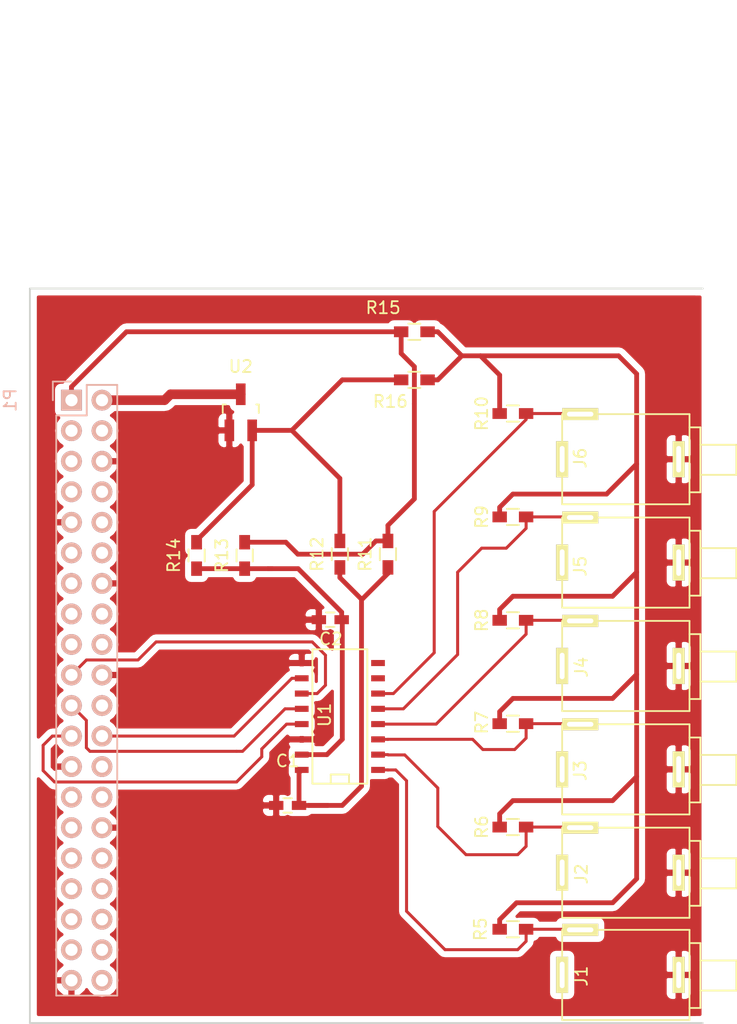
<source format=kicad_pcb>
(kicad_pcb (version 4) (host pcbnew 4.0.2-stable)

  (general
    (links 56)
    (no_connects 19)
    (area 187.424999 78.824999 243.575001 140.075001)
    (thickness 1.6)
    (drawings 8)
    (tracks 163)
    (zones 0)
    (modules 23)
    (nets 17)
  )

  (page A4)
  (layers
    (0 F.Cu signal)
    (31 B.Cu signal)
    (32 B.Adhes user)
    (33 F.Adhes user)
    (34 B.Paste user)
    (35 F.Paste user)
    (36 B.SilkS user)
    (37 F.SilkS user)
    (38 B.Mask user)
    (39 F.Mask user)
    (40 Dwgs.User user)
    (41 Cmts.User user)
    (42 Eco1.User user)
    (43 Eco2.User user)
    (44 Edge.Cuts user)
    (45 Margin user)
    (46 B.CrtYd user)
    (47 F.CrtYd user)
    (48 B.Fab user)
    (49 F.Fab user)
  )

  (setup
    (last_trace_width 0.25)
    (trace_clearance 0.2)
    (zone_clearance 0.508)
    (zone_45_only no)
    (trace_min 0.2)
    (segment_width 0.2)
    (edge_width 0.15)
    (via_size 0.6)
    (via_drill 0.4)
    (via_min_size 0.4)
    (via_min_drill 0.3)
    (uvia_size 0.3)
    (uvia_drill 0.1)
    (uvias_allowed no)
    (uvia_min_size 0.2)
    (uvia_min_drill 0.1)
    (pcb_text_width 0.3)
    (pcb_text_size 1.5 1.5)
    (mod_edge_width 0.15)
    (mod_text_size 1 1)
    (mod_text_width 0.15)
    (pad_size 1.524 1.524)
    (pad_drill 0.762)
    (pad_to_mask_clearance 0.2)
    (aux_axis_origin 0 0)
    (visible_elements FFFFFF7F)
    (pcbplotparams
      (layerselection 0x00030_80000001)
      (usegerberextensions false)
      (excludeedgelayer true)
      (linewidth 0.100000)
      (plotframeref false)
      (viasonmask false)
      (mode 1)
      (useauxorigin false)
      (hpglpennumber 1)
      (hpglpenspeed 20)
      (hpglpendiameter 15)
      (hpglpenoverlay 2)
      (psnegative false)
      (psa4output false)
      (plotreference true)
      (plotvalue true)
      (plotinvisibletext false)
      (padsonsilk false)
      (subtractmaskfromsilk false)
      (outputformat 1)
      (mirror false)
      (drillshape 1)
      (scaleselection 1)
      (outputdirectory ""))
  )

  (net 0 "")
  (net 1 +3V3)
  (net 2 GND)
  (net 3 /CH0)
  (net 4 /CH1)
  (net 5 /CH2)
  (net 6 /CH3)
  (net 7 /CH4)
  (net 8 /CH5)
  (net 9 +5V)
  (net 10 /MOSI)
  (net 11 /MISO)
  (net 12 /SPI_CLK)
  (net 13 /CS)
  (net 14 "Net-(C1-Pad2)")
  (net 15 "Net-(C2-Pad1)")
  (net 16 "Net-(R10-Pad1)")

  (net_class Default "Dies ist die voreingestellte Netzklasse."
    (clearance 0.2)
    (trace_width 0.25)
    (via_dia 0.6)
    (via_drill 0.4)
    (uvia_dia 0.3)
    (uvia_drill 0.1)
    (add_net +3V3)
    (add_net +5V)
    (add_net /CH0)
    (add_net /CH1)
    (add_net /CH2)
    (add_net /CH3)
    (add_net /CH4)
    (add_net /CH5)
    (add_net /CS)
    (add_net /MISO)
    (add_net /MOSI)
    (add_net /SPI_CLK)
    (add_net GND)
    (add_net "Net-(C1-Pad2)")
    (add_net "Net-(C2-Pad1)")
    (add_net "Net-(R10-Pad1)")
  )

  (module Custom_footprints:mono_jack (layer F.Cu) (tedit 5765F226) (tstamp 5765F34B)
    (at 242.5 96.95 90)
    (path /57662FA5)
    (fp_text reference J6 (at 3.95 -9.2 90) (layer F.SilkS)
      (effects (font (size 1 1) (thickness 0.15)))
    )
    (fp_text value JACK_2P (at 4 -12.4 90) (layer F.Fab)
      (effects (font (size 1 1) (thickness 0.15)))
    )
    (fp_line (start 2.55 3.8) (end 5.05 3.8) (layer F.SilkS) (width 0.15))
    (fp_line (start 5.05 0.8) (end 5.05 3.8) (layer F.SilkS) (width 0.15))
    (fp_line (start 2.55 3.8) (end 2.55 0.8) (layer F.SilkS) (width 0.15))
    (fp_line (start 6.5 0.8) (end 1.1 0.8) (layer F.SilkS) (width 0.15))
    (fp_line (start 6.5 -0.1) (end 6.5 0.8) (layer F.SilkS) (width 0.15))
    (fp_line (start 1.1 -0.1) (end 1.1 0.8) (layer F.SilkS) (width 0.15))
    (fp_line (start 0.1 -10.7) (end 0.1 -0.1) (layer F.SilkS) (width 0.15))
    (fp_line (start 7.6 -10.7) (end 0.1 -10.7) (layer F.SilkS) (width 0.15))
    (fp_line (start 7.6 -0.1) (end 7.6 -10.7) (layer F.SilkS) (width 0.15))
    (fp_line (start 0.1 -0.1) (end 7.6 -0.1) (layer F.SilkS) (width 0.15))
    (pad 2 thru_hole rect (at 3.85 -10.7 90) (size 3 1) (drill oval 2.2 0.4) (layers *.Cu *.Mask F.SilkS))
    (pad 3 thru_hole rect (at 7.6 -9.2 180) (size 3 1) (drill oval 2.2 0.4) (layers *.Cu *.Mask F.SilkS)
      (net 8 /CH5))
    (pad 1 thru_hole rect (at 3.85 -1 90) (size 3 1) (drill oval 2.2 0.4) (layers *.Cu *.Mask F.SilkS)
      (net 2 GND))
  )

  (module Socket_Strips:Socket_Strip_Straight_2x20 (layer B.Cu) (tedit 0) (tstamp 57648933)
    (at 190.96 88.19 270)
    (descr "Through hole socket strip")
    (tags "socket strip")
    (path /576415E7)
    (fp_text reference P1 (at 0 5.1 270) (layer B.SilkS)
      (effects (font (size 1 1) (thickness 0.15)) (justify mirror))
    )
    (fp_text value "Rasperry Pi GPIO" (at 0 3.1 270) (layer B.Fab)
      (effects (font (size 1 1) (thickness 0.15)) (justify mirror))
    )
    (fp_line (start -1.75 1.75) (end -1.75 -4.3) (layer B.CrtYd) (width 0.05))
    (fp_line (start 50.05 1.75) (end 50.05 -4.3) (layer B.CrtYd) (width 0.05))
    (fp_line (start -1.75 1.75) (end 50.05 1.75) (layer B.CrtYd) (width 0.05))
    (fp_line (start -1.75 -4.3) (end 50.05 -4.3) (layer B.CrtYd) (width 0.05))
    (fp_line (start 49.53 -3.81) (end -1.27 -3.81) (layer B.SilkS) (width 0.15))
    (fp_line (start 1.27 1.27) (end 49.53 1.27) (layer B.SilkS) (width 0.15))
    (fp_line (start 49.53 -3.81) (end 49.53 1.27) (layer B.SilkS) (width 0.15))
    (fp_line (start -1.27 -3.81) (end -1.27 -1.27) (layer B.SilkS) (width 0.15))
    (fp_line (start 0 1.55) (end -1.55 1.55) (layer B.SilkS) (width 0.15))
    (fp_line (start -1.27 -1.27) (end 1.27 -1.27) (layer B.SilkS) (width 0.15))
    (fp_line (start 1.27 -1.27) (end 1.27 1.27) (layer B.SilkS) (width 0.15))
    (fp_line (start -1.55 1.55) (end -1.55 0) (layer B.SilkS) (width 0.15))
    (pad 1 thru_hole rect (at 0 0 270) (size 1.7272 1.7272) (drill 1.016) (layers *.Cu *.Mask B.SilkS)
      (net 1 +3V3))
    (pad 2 thru_hole oval (at 0 -2.54 270) (size 1.7272 1.7272) (drill 1.016) (layers *.Cu *.Mask B.SilkS)
      (net 9 +5V))
    (pad 3 thru_hole oval (at 2.54 0 270) (size 1.7272 1.7272) (drill 1.016) (layers *.Cu *.Mask B.SilkS))
    (pad 4 thru_hole oval (at 2.54 -2.54 270) (size 1.7272 1.7272) (drill 1.016) (layers *.Cu *.Mask B.SilkS)
      (net 9 +5V))
    (pad 5 thru_hole oval (at 5.08 0 270) (size 1.7272 1.7272) (drill 1.016) (layers *.Cu *.Mask B.SilkS))
    (pad 6 thru_hole oval (at 5.08 -2.54 270) (size 1.7272 1.7272) (drill 1.016) (layers *.Cu *.Mask B.SilkS)
      (net 2 GND))
    (pad 7 thru_hole oval (at 7.62 0 270) (size 1.7272 1.7272) (drill 1.016) (layers *.Cu *.Mask B.SilkS))
    (pad 8 thru_hole oval (at 7.62 -2.54 270) (size 1.7272 1.7272) (drill 1.016) (layers *.Cu *.Mask B.SilkS))
    (pad 9 thru_hole oval (at 10.16 0 270) (size 1.7272 1.7272) (drill 1.016) (layers *.Cu *.Mask B.SilkS)
      (net 2 GND))
    (pad 10 thru_hole oval (at 10.16 -2.54 270) (size 1.7272 1.7272) (drill 1.016) (layers *.Cu *.Mask B.SilkS))
    (pad 11 thru_hole oval (at 12.7 0 270) (size 1.7272 1.7272) (drill 1.016) (layers *.Cu *.Mask B.SilkS))
    (pad 12 thru_hole oval (at 12.7 -2.54 270) (size 1.7272 1.7272) (drill 1.016) (layers *.Cu *.Mask B.SilkS))
    (pad 13 thru_hole oval (at 15.24 0 270) (size 1.7272 1.7272) (drill 1.016) (layers *.Cu *.Mask B.SilkS))
    (pad 14 thru_hole oval (at 15.24 -2.54 270) (size 1.7272 1.7272) (drill 1.016) (layers *.Cu *.Mask B.SilkS)
      (net 2 GND))
    (pad 15 thru_hole oval (at 17.78 0 270) (size 1.7272 1.7272) (drill 1.016) (layers *.Cu *.Mask B.SilkS))
    (pad 16 thru_hole oval (at 17.78 -2.54 270) (size 1.7272 1.7272) (drill 1.016) (layers *.Cu *.Mask B.SilkS))
    (pad 17 thru_hole oval (at 20.32 0 270) (size 1.7272 1.7272) (drill 1.016) (layers *.Cu *.Mask B.SilkS)
      (net 1 +3V3))
    (pad 18 thru_hole oval (at 20.32 -2.54 270) (size 1.7272 1.7272) (drill 1.016) (layers *.Cu *.Mask B.SilkS))
    (pad 19 thru_hole oval (at 22.86 0 270) (size 1.7272 1.7272) (drill 1.016) (layers *.Cu *.Mask B.SilkS)
      (net 10 /MOSI))
    (pad 20 thru_hole oval (at 22.86 -2.54 270) (size 1.7272 1.7272) (drill 1.016) (layers *.Cu *.Mask B.SilkS)
      (net 2 GND))
    (pad 21 thru_hole oval (at 25.4 0 270) (size 1.7272 1.7272) (drill 1.016) (layers *.Cu *.Mask B.SilkS)
      (net 11 /MISO))
    (pad 22 thru_hole oval (at 25.4 -2.54 270) (size 1.7272 1.7272) (drill 1.016) (layers *.Cu *.Mask B.SilkS))
    (pad 23 thru_hole oval (at 27.94 0 270) (size 1.7272 1.7272) (drill 1.016) (layers *.Cu *.Mask B.SilkS)
      (net 12 /SPI_CLK))
    (pad 24 thru_hole oval (at 27.94 -2.54 270) (size 1.7272 1.7272) (drill 1.016) (layers *.Cu *.Mask B.SilkS)
      (net 13 /CS))
    (pad 25 thru_hole oval (at 30.48 0 270) (size 1.7272 1.7272) (drill 1.016) (layers *.Cu *.Mask B.SilkS)
      (net 2 GND))
    (pad 26 thru_hole oval (at 30.48 -2.54 270) (size 1.7272 1.7272) (drill 1.016) (layers *.Cu *.Mask B.SilkS))
    (pad 27 thru_hole oval (at 33.02 0 270) (size 1.7272 1.7272) (drill 1.016) (layers *.Cu *.Mask B.SilkS))
    (pad 28 thru_hole oval (at 33.02 -2.54 270) (size 1.7272 1.7272) (drill 1.016) (layers *.Cu *.Mask B.SilkS))
    (pad 29 thru_hole oval (at 35.56 0 270) (size 1.7272 1.7272) (drill 1.016) (layers *.Cu *.Mask B.SilkS))
    (pad 30 thru_hole oval (at 35.56 -2.54 270) (size 1.7272 1.7272) (drill 1.016) (layers *.Cu *.Mask B.SilkS)
      (net 2 GND))
    (pad 31 thru_hole oval (at 38.1 0 270) (size 1.7272 1.7272) (drill 1.016) (layers *.Cu *.Mask B.SilkS))
    (pad 32 thru_hole oval (at 38.1 -2.54 270) (size 1.7272 1.7272) (drill 1.016) (layers *.Cu *.Mask B.SilkS))
    (pad 33 thru_hole oval (at 40.64 0 270) (size 1.7272 1.7272) (drill 1.016) (layers *.Cu *.Mask B.SilkS))
    (pad 34 thru_hole oval (at 40.64 -2.54 270) (size 1.7272 1.7272) (drill 1.016) (layers *.Cu *.Mask B.SilkS))
    (pad 35 thru_hole oval (at 43.18 0 270) (size 1.7272 1.7272) (drill 1.016) (layers *.Cu *.Mask B.SilkS))
    (pad 36 thru_hole oval (at 43.18 -2.54 270) (size 1.7272 1.7272) (drill 1.016) (layers *.Cu *.Mask B.SilkS))
    (pad 37 thru_hole oval (at 45.72 0 270) (size 1.7272 1.7272) (drill 1.016) (layers *.Cu *.Mask B.SilkS))
    (pad 38 thru_hole oval (at 45.72 -2.54 270) (size 1.7272 1.7272) (drill 1.016) (layers *.Cu *.Mask B.SilkS))
    (pad 39 thru_hole oval (at 48.26 0 270) (size 1.7272 1.7272) (drill 1.016) (layers *.Cu *.Mask B.SilkS)
      (net 2 GND))
    (pad 40 thru_hole oval (at 48.26 -2.54 270) (size 1.7272 1.7272) (drill 1.016) (layers *.Cu *.Mask B.SilkS))
    (model Socket_Strips.3dshapes/Socket_Strip_Straight_2x20.wrl
      (at (xyz 0.95 -0.05 0))
      (scale (xyz 1 1 1))
      (rotate (xyz 0 0 180))
    )
  )

  (module SMD_Packages:SO-16-N (layer F.Cu) (tedit 0) (tstamp 5764896B)
    (at 213.3 114.5 90)
    (descr "Module CMS SOJ 16 pins large")
    (tags "CMS SOJ")
    (path /57641B69)
    (attr smd)
    (fp_text reference U1 (at 0.127 -1.27 90) (layer F.SilkS)
      (effects (font (size 1 1) (thickness 0.15)))
    )
    (fp_text value MCP3208 (at 0 1.27 90) (layer F.Fab)
      (effects (font (size 1 1) (thickness 0.15)))
    )
    (fp_line (start -5.588 -0.762) (end -4.826 -0.762) (layer F.SilkS) (width 0.15))
    (fp_line (start -4.826 -0.762) (end -4.826 0.762) (layer F.SilkS) (width 0.15))
    (fp_line (start -4.826 0.762) (end -5.588 0.762) (layer F.SilkS) (width 0.15))
    (fp_line (start 5.588 -2.286) (end 5.588 2.286) (layer F.SilkS) (width 0.15))
    (fp_line (start 5.588 2.286) (end -5.588 2.286) (layer F.SilkS) (width 0.15))
    (fp_line (start -5.588 2.286) (end -5.588 -2.286) (layer F.SilkS) (width 0.15))
    (fp_line (start -5.588 -2.286) (end 5.588 -2.286) (layer F.SilkS) (width 0.15))
    (pad 16 smd rect (at -4.445 -3.175 90) (size 0.508 1.143) (layers F.Cu F.Paste F.Mask)
      (net 14 "Net-(C1-Pad2)"))
    (pad 14 smd rect (at -1.905 -3.175 90) (size 0.508 1.143) (layers F.Cu F.Paste F.Mask)
      (net 2 GND))
    (pad 13 smd rect (at -0.635 -3.175 90) (size 0.508 1.143) (layers F.Cu F.Paste F.Mask)
      (net 12 /SPI_CLK))
    (pad 12 smd rect (at 0.635 -3.175 90) (size 0.508 1.143) (layers F.Cu F.Paste F.Mask)
      (net 11 /MISO))
    (pad 11 smd rect (at 1.905 -3.175 90) (size 0.508 1.143) (layers F.Cu F.Paste F.Mask)
      (net 10 /MOSI))
    (pad 10 smd rect (at 3.175 -3.175 90) (size 0.508 1.143) (layers F.Cu F.Paste F.Mask)
      (net 13 /CS))
    (pad 9 smd rect (at 4.445 -3.175 90) (size 0.508 1.143) (layers F.Cu F.Paste F.Mask)
      (net 2 GND))
    (pad 8 smd rect (at 4.445 3.175 90) (size 0.508 1.143) (layers F.Cu F.Paste F.Mask))
    (pad 7 smd rect (at 3.175 3.175 90) (size 0.508 1.143) (layers F.Cu F.Paste F.Mask))
    (pad 6 smd rect (at 1.905 3.175 90) (size 0.508 1.143) (layers F.Cu F.Paste F.Mask)
      (net 8 /CH5))
    (pad 5 smd rect (at 0.635 3.175 90) (size 0.508 1.143) (layers F.Cu F.Paste F.Mask)
      (net 7 /CH4))
    (pad 4 smd rect (at -0.635 3.175 90) (size 0.508 1.143) (layers F.Cu F.Paste F.Mask)
      (net 6 /CH3))
    (pad 3 smd rect (at -1.905 3.175 90) (size 0.508 1.143) (layers F.Cu F.Paste F.Mask)
      (net 5 /CH2))
    (pad 2 smd rect (at -3.175 3.175 90) (size 0.508 1.143) (layers F.Cu F.Paste F.Mask)
      (net 4 /CH1))
    (pad 1 smd rect (at -4.445 3.175 90) (size 0.508 1.143) (layers F.Cu F.Paste F.Mask)
      (net 3 /CH0))
    (pad 15 smd rect (at -3.175 -3.175 90) (size 0.508 1.143) (layers F.Cu F.Paste F.Mask)
      (net 15 "Net-(C2-Pad1)"))
    (model SMD_Packages.3dshapes/SO-16-N.wrl
      (at (xyz 0 0 0))
      (scale (xyz 0.5 0.4 0.5))
      (rotate (xyz 0 0 0))
    )
  )

  (module Resistors_SMD:R_0603_HandSoldering (layer F.Cu) (tedit 5418A00F) (tstamp 5765E9EC)
    (at 227.7 132.2)
    (descr "Resistor SMD 0603, hand soldering")
    (tags "resistor 0603")
    (path /576624F1)
    (attr smd)
    (fp_text reference R5 (at -2.7 0 90) (layer F.SilkS)
      (effects (font (size 1 1) (thickness 0.15)))
    )
    (fp_text value 10k (at -0.1 1.4 180) (layer F.Fab)
      (effects (font (size 1 1) (thickness 0.15)))
    )
    (fp_line (start -2 -0.8) (end 2 -0.8) (layer F.CrtYd) (width 0.05))
    (fp_line (start -2 0.8) (end 2 0.8) (layer F.CrtYd) (width 0.05))
    (fp_line (start -2 -0.8) (end -2 0.8) (layer F.CrtYd) (width 0.05))
    (fp_line (start 2 -0.8) (end 2 0.8) (layer F.CrtYd) (width 0.05))
    (fp_line (start 0.5 0.675) (end -0.5 0.675) (layer F.SilkS) (width 0.15))
    (fp_line (start -0.5 -0.675) (end 0.5 -0.675) (layer F.SilkS) (width 0.15))
    (pad 1 smd rect (at -1.1 0) (size 1.2 0.9) (layers F.Cu F.Paste F.Mask)
      (net 16 "Net-(R10-Pad1)"))
    (pad 2 smd rect (at 1.1 0) (size 1.2 0.9) (layers F.Cu F.Paste F.Mask)
      (net 3 /CH0))
    (model Resistors_SMD.3dshapes/R_0603_HandSoldering.wrl
      (at (xyz 0 0 0))
      (scale (xyz 1 1 1))
      (rotate (xyz 0 0 0))
    )
  )

  (module Resistors_SMD:R_0603_HandSoldering (layer F.Cu) (tedit 5418A00F) (tstamp 5765E9F2)
    (at 227.7 123.7)
    (descr "Resistor SMD 0603, hand soldering")
    (tags "resistor 0603")
    (path /576604B8)
    (attr smd)
    (fp_text reference R6 (at -2.6 0 90) (layer F.SilkS)
      (effects (font (size 1 1) (thickness 0.15)))
    )
    (fp_text value 10k (at 0 1.4) (layer F.Fab)
      (effects (font (size 1 1) (thickness 0.15)))
    )
    (fp_line (start -2 -0.8) (end 2 -0.8) (layer F.CrtYd) (width 0.05))
    (fp_line (start -2 0.8) (end 2 0.8) (layer F.CrtYd) (width 0.05))
    (fp_line (start -2 -0.8) (end -2 0.8) (layer F.CrtYd) (width 0.05))
    (fp_line (start 2 -0.8) (end 2 0.8) (layer F.CrtYd) (width 0.05))
    (fp_line (start 0.5 0.675) (end -0.5 0.675) (layer F.SilkS) (width 0.15))
    (fp_line (start -0.5 -0.675) (end 0.5 -0.675) (layer F.SilkS) (width 0.15))
    (pad 1 smd rect (at -1.1 0) (size 1.2 0.9) (layers F.Cu F.Paste F.Mask)
      (net 16 "Net-(R10-Pad1)"))
    (pad 2 smd rect (at 1.1 0) (size 1.2 0.9) (layers F.Cu F.Paste F.Mask)
      (net 4 /CH1))
    (model Resistors_SMD.3dshapes/R_0603_HandSoldering.wrl
      (at (xyz 0 0 0))
      (scale (xyz 1 1 1))
      (rotate (xyz 0 0 0))
    )
  )

  (module Resistors_SMD:R_0603_HandSoldering (layer F.Cu) (tedit 5418A00F) (tstamp 5765E9F8)
    (at 227.7 115.1)
    (descr "Resistor SMD 0603, hand soldering")
    (tags "resistor 0603")
    (path /57662A6B)
    (attr smd)
    (fp_text reference R7 (at -2.6 -0.1 90) (layer F.SilkS)
      (effects (font (size 1 1) (thickness 0.15)))
    )
    (fp_text value 10k (at 0 1.4) (layer F.Fab)
      (effects (font (size 1 1) (thickness 0.15)))
    )
    (fp_line (start -2 -0.8) (end 2 -0.8) (layer F.CrtYd) (width 0.05))
    (fp_line (start -2 0.8) (end 2 0.8) (layer F.CrtYd) (width 0.05))
    (fp_line (start -2 -0.8) (end -2 0.8) (layer F.CrtYd) (width 0.05))
    (fp_line (start 2 -0.8) (end 2 0.8) (layer F.CrtYd) (width 0.05))
    (fp_line (start 0.5 0.675) (end -0.5 0.675) (layer F.SilkS) (width 0.15))
    (fp_line (start -0.5 -0.675) (end 0.5 -0.675) (layer F.SilkS) (width 0.15))
    (pad 1 smd rect (at -1.1 0) (size 1.2 0.9) (layers F.Cu F.Paste F.Mask)
      (net 16 "Net-(R10-Pad1)"))
    (pad 2 smd rect (at 1.1 0) (size 1.2 0.9) (layers F.Cu F.Paste F.Mask)
      (net 5 /CH2))
    (model Resistors_SMD.3dshapes/R_0603_HandSoldering.wrl
      (at (xyz 0 0 0))
      (scale (xyz 1 1 1))
      (rotate (xyz 0 0 0))
    )
  )

  (module Resistors_SMD:R_0603_HandSoldering (layer F.Cu) (tedit 5418A00F) (tstamp 5765E9FE)
    (at 227.7 106.5)
    (descr "Resistor SMD 0603, hand soldering")
    (tags "resistor 0603")
    (path /57662A4B)
    (attr smd)
    (fp_text reference R8 (at -2.6 0 90) (layer F.SilkS)
      (effects (font (size 1 1) (thickness 0.15)))
    )
    (fp_text value 10k (at 0 1.5) (layer F.Fab)
      (effects (font (size 1 1) (thickness 0.15)))
    )
    (fp_line (start -2 -0.8) (end 2 -0.8) (layer F.CrtYd) (width 0.05))
    (fp_line (start -2 0.8) (end 2 0.8) (layer F.CrtYd) (width 0.05))
    (fp_line (start -2 -0.8) (end -2 0.8) (layer F.CrtYd) (width 0.05))
    (fp_line (start 2 -0.8) (end 2 0.8) (layer F.CrtYd) (width 0.05))
    (fp_line (start 0.5 0.675) (end -0.5 0.675) (layer F.SilkS) (width 0.15))
    (fp_line (start -0.5 -0.675) (end 0.5 -0.675) (layer F.SilkS) (width 0.15))
    (pad 1 smd rect (at -1.1 0) (size 1.2 0.9) (layers F.Cu F.Paste F.Mask)
      (net 16 "Net-(R10-Pad1)"))
    (pad 2 smd rect (at 1.1 0) (size 1.2 0.9) (layers F.Cu F.Paste F.Mask)
      (net 6 /CH3))
    (model Resistors_SMD.3dshapes/R_0603_HandSoldering.wrl
      (at (xyz 0 0 0))
      (scale (xyz 1 1 1))
      (rotate (xyz 0 0 0))
    )
  )

  (module Resistors_SMD:R_0603_HandSoldering (layer F.Cu) (tedit 5418A00F) (tstamp 5765EA04)
    (at 227.7 97.9)
    (descr "Resistor SMD 0603, hand soldering")
    (tags "resistor 0603")
    (path /57662FD9)
    (attr smd)
    (fp_text reference R9 (at -2.6 0 90) (layer F.SilkS)
      (effects (font (size 1 1) (thickness 0.15)))
    )
    (fp_text value 10k (at 0 1.5) (layer F.Fab)
      (effects (font (size 1 1) (thickness 0.15)))
    )
    (fp_line (start -2 -0.8) (end 2 -0.8) (layer F.CrtYd) (width 0.05))
    (fp_line (start -2 0.8) (end 2 0.8) (layer F.CrtYd) (width 0.05))
    (fp_line (start -2 -0.8) (end -2 0.8) (layer F.CrtYd) (width 0.05))
    (fp_line (start 2 -0.8) (end 2 0.8) (layer F.CrtYd) (width 0.05))
    (fp_line (start 0.5 0.675) (end -0.5 0.675) (layer F.SilkS) (width 0.15))
    (fp_line (start -0.5 -0.675) (end 0.5 -0.675) (layer F.SilkS) (width 0.15))
    (pad 1 smd rect (at -1.1 0) (size 1.2 0.9) (layers F.Cu F.Paste F.Mask)
      (net 16 "Net-(R10-Pad1)"))
    (pad 2 smd rect (at 1.1 0) (size 1.2 0.9) (layers F.Cu F.Paste F.Mask)
      (net 7 /CH4))
    (model Resistors_SMD.3dshapes/R_0603_HandSoldering.wrl
      (at (xyz 0 0 0))
      (scale (xyz 1 1 1))
      (rotate (xyz 0 0 0))
    )
  )

  (module Resistors_SMD:R_0603_HandSoldering (layer F.Cu) (tedit 5418A00F) (tstamp 5765EA0A)
    (at 227.7 89.3)
    (descr "Resistor SMD 0603, hand soldering")
    (tags "resistor 0603")
    (path /57662FB9)
    (attr smd)
    (fp_text reference R10 (at -2.6 0 90) (layer F.SilkS)
      (effects (font (size 1 1) (thickness 0.15)))
    )
    (fp_text value 10k (at 0 1.5) (layer F.Fab)
      (effects (font (size 1 1) (thickness 0.15)))
    )
    (fp_line (start -2 -0.8) (end 2 -0.8) (layer F.CrtYd) (width 0.05))
    (fp_line (start -2 0.8) (end 2 0.8) (layer F.CrtYd) (width 0.05))
    (fp_line (start -2 -0.8) (end -2 0.8) (layer F.CrtYd) (width 0.05))
    (fp_line (start 2 -0.8) (end 2 0.8) (layer F.CrtYd) (width 0.05))
    (fp_line (start 0.5 0.675) (end -0.5 0.675) (layer F.SilkS) (width 0.15))
    (fp_line (start -0.5 -0.675) (end 0.5 -0.675) (layer F.SilkS) (width 0.15))
    (pad 1 smd rect (at -1.1 0) (size 1.2 0.9) (layers F.Cu F.Paste F.Mask)
      (net 16 "Net-(R10-Pad1)"))
    (pad 2 smd rect (at 1.1 0) (size 1.2 0.9) (layers F.Cu F.Paste F.Mask)
      (net 8 /CH5))
    (model Resistors_SMD.3dshapes/R_0603_HandSoldering.wrl
      (at (xyz 0 0 0))
      (scale (xyz 1 1 1))
      (rotate (xyz 0 0 0))
    )
  )

  (module Custom_footprints:mono_jack (layer F.Cu) (tedit 5765F226) (tstamp 5765F328)
    (at 242.5 139.85 90)
    (path /576624DD)
    (fp_text reference J1 (at 3.75 -9.1 90) (layer F.SilkS)
      (effects (font (size 1 1) (thickness 0.15)))
    )
    (fp_text value JACK_2P (at 4 -12.4 90) (layer F.Fab)
      (effects (font (size 1 1) (thickness 0.15)))
    )
    (fp_line (start 2.55 3.8) (end 5.05 3.8) (layer F.SilkS) (width 0.15))
    (fp_line (start 5.05 0.8) (end 5.05 3.8) (layer F.SilkS) (width 0.15))
    (fp_line (start 2.55 3.8) (end 2.55 0.8) (layer F.SilkS) (width 0.15))
    (fp_line (start 6.5 0.8) (end 1.1 0.8) (layer F.SilkS) (width 0.15))
    (fp_line (start 6.5 -0.1) (end 6.5 0.8) (layer F.SilkS) (width 0.15))
    (fp_line (start 1.1 -0.1) (end 1.1 0.8) (layer F.SilkS) (width 0.15))
    (fp_line (start 0.1 -10.7) (end 0.1 -0.1) (layer F.SilkS) (width 0.15))
    (fp_line (start 7.6 -10.7) (end 0.1 -10.7) (layer F.SilkS) (width 0.15))
    (fp_line (start 7.6 -0.1) (end 7.6 -10.7) (layer F.SilkS) (width 0.15))
    (fp_line (start 0.1 -0.1) (end 7.6 -0.1) (layer F.SilkS) (width 0.15))
    (pad 2 thru_hole rect (at 3.85 -10.7 90) (size 3 1) (drill oval 2.2 0.4) (layers *.Cu *.Mask F.SilkS))
    (pad 3 thru_hole rect (at 7.6 -9.2 180) (size 3 1) (drill oval 2.2 0.4) (layers *.Cu *.Mask F.SilkS)
      (net 3 /CH0))
    (pad 1 thru_hole rect (at 3.85 -1 90) (size 3 1) (drill oval 2.2 0.4) (layers *.Cu *.Mask F.SilkS)
      (net 2 GND))
  )

  (module Custom_footprints:mono_jack (layer F.Cu) (tedit 5765F226) (tstamp 5765F32F)
    (at 242.5 131.35 90)
    (path /5765F9A4)
    (fp_text reference J2 (at 3.75 -9.1 90) (layer F.SilkS)
      (effects (font (size 1 1) (thickness 0.15)))
    )
    (fp_text value JACK_2P (at 4 -12.4 90) (layer F.Fab)
      (effects (font (size 1 1) (thickness 0.15)))
    )
    (fp_line (start 2.55 3.8) (end 5.05 3.8) (layer F.SilkS) (width 0.15))
    (fp_line (start 5.05 0.8) (end 5.05 3.8) (layer F.SilkS) (width 0.15))
    (fp_line (start 2.55 3.8) (end 2.55 0.8) (layer F.SilkS) (width 0.15))
    (fp_line (start 6.5 0.8) (end 1.1 0.8) (layer F.SilkS) (width 0.15))
    (fp_line (start 6.5 -0.1) (end 6.5 0.8) (layer F.SilkS) (width 0.15))
    (fp_line (start 1.1 -0.1) (end 1.1 0.8) (layer F.SilkS) (width 0.15))
    (fp_line (start 0.1 -10.7) (end 0.1 -0.1) (layer F.SilkS) (width 0.15))
    (fp_line (start 7.6 -10.7) (end 0.1 -10.7) (layer F.SilkS) (width 0.15))
    (fp_line (start 7.6 -0.1) (end 7.6 -10.7) (layer F.SilkS) (width 0.15))
    (fp_line (start 0.1 -0.1) (end 7.6 -0.1) (layer F.SilkS) (width 0.15))
    (pad 2 thru_hole rect (at 3.85 -10.7 90) (size 3 1) (drill oval 2.2 0.4) (layers *.Cu *.Mask F.SilkS))
    (pad 3 thru_hole rect (at 7.6 -9.2 180) (size 3 1) (drill oval 2.2 0.4) (layers *.Cu *.Mask F.SilkS)
      (net 4 /CH1))
    (pad 1 thru_hole rect (at 3.85 -1 90) (size 3 1) (drill oval 2.2 0.4) (layers *.Cu *.Mask F.SilkS)
      (net 2 GND))
  )

  (module Custom_footprints:mono_jack (layer F.Cu) (tedit 5765F226) (tstamp 5765F336)
    (at 242.5 122.75 90)
    (path /57662A57)
    (fp_text reference J3 (at 3.75 -9.2 90) (layer F.SilkS)
      (effects (font (size 1 1) (thickness 0.15)))
    )
    (fp_text value JACK_2P (at 4 -12.4 90) (layer F.Fab)
      (effects (font (size 1 1) (thickness 0.15)))
    )
    (fp_line (start 2.55 3.8) (end 5.05 3.8) (layer F.SilkS) (width 0.15))
    (fp_line (start 5.05 0.8) (end 5.05 3.8) (layer F.SilkS) (width 0.15))
    (fp_line (start 2.55 3.8) (end 2.55 0.8) (layer F.SilkS) (width 0.15))
    (fp_line (start 6.5 0.8) (end 1.1 0.8) (layer F.SilkS) (width 0.15))
    (fp_line (start 6.5 -0.1) (end 6.5 0.8) (layer F.SilkS) (width 0.15))
    (fp_line (start 1.1 -0.1) (end 1.1 0.8) (layer F.SilkS) (width 0.15))
    (fp_line (start 0.1 -10.7) (end 0.1 -0.1) (layer F.SilkS) (width 0.15))
    (fp_line (start 7.6 -10.7) (end 0.1 -10.7) (layer F.SilkS) (width 0.15))
    (fp_line (start 7.6 -0.1) (end 7.6 -10.7) (layer F.SilkS) (width 0.15))
    (fp_line (start 0.1 -0.1) (end 7.6 -0.1) (layer F.SilkS) (width 0.15))
    (pad 2 thru_hole rect (at 3.85 -10.7 90) (size 3 1) (drill oval 2.2 0.4) (layers *.Cu *.Mask F.SilkS))
    (pad 3 thru_hole rect (at 7.6 -9.2 180) (size 3 1) (drill oval 2.2 0.4) (layers *.Cu *.Mask F.SilkS)
      (net 5 /CH2))
    (pad 1 thru_hole rect (at 3.85 -1 90) (size 3 1) (drill oval 2.2 0.4) (layers *.Cu *.Mask F.SilkS)
      (net 2 GND))
  )

  (module Custom_footprints:mono_jack (layer F.Cu) (tedit 5765F226) (tstamp 5765F33D)
    (at 242.5 114.15 90)
    (path /57662A37)
    (fp_text reference J4 (at 3.75 -9.1 90) (layer F.SilkS)
      (effects (font (size 1 1) (thickness 0.15)))
    )
    (fp_text value JACK_2P (at 4 -12.4 90) (layer F.Fab)
      (effects (font (size 1 1) (thickness 0.15)))
    )
    (fp_line (start 2.55 3.8) (end 5.05 3.8) (layer F.SilkS) (width 0.15))
    (fp_line (start 5.05 0.8) (end 5.05 3.8) (layer F.SilkS) (width 0.15))
    (fp_line (start 2.55 3.8) (end 2.55 0.8) (layer F.SilkS) (width 0.15))
    (fp_line (start 6.5 0.8) (end 1.1 0.8) (layer F.SilkS) (width 0.15))
    (fp_line (start 6.5 -0.1) (end 6.5 0.8) (layer F.SilkS) (width 0.15))
    (fp_line (start 1.1 -0.1) (end 1.1 0.8) (layer F.SilkS) (width 0.15))
    (fp_line (start 0.1 -10.7) (end 0.1 -0.1) (layer F.SilkS) (width 0.15))
    (fp_line (start 7.6 -10.7) (end 0.1 -10.7) (layer F.SilkS) (width 0.15))
    (fp_line (start 7.6 -0.1) (end 7.6 -10.7) (layer F.SilkS) (width 0.15))
    (fp_line (start 0.1 -0.1) (end 7.6 -0.1) (layer F.SilkS) (width 0.15))
    (pad 2 thru_hole rect (at 3.85 -10.7 90) (size 3 1) (drill oval 2.2 0.4) (layers *.Cu *.Mask F.SilkS))
    (pad 3 thru_hole rect (at 7.6 -9.2 180) (size 3 1) (drill oval 2.2 0.4) (layers *.Cu *.Mask F.SilkS)
      (net 6 /CH3))
    (pad 1 thru_hole rect (at 3.85 -1 90) (size 3 1) (drill oval 2.2 0.4) (layers *.Cu *.Mask F.SilkS)
      (net 2 GND))
  )

  (module Custom_footprints:mono_jack (layer F.Cu) (tedit 5765F226) (tstamp 5765F344)
    (at 242.5 105.55 90)
    (path /57662FC5)
    (fp_text reference J5 (at 3.55 -9.2 90) (layer F.SilkS)
      (effects (font (size 1 1) (thickness 0.15)))
    )
    (fp_text value JACK_2P (at 4 -12.4 90) (layer F.Fab)
      (effects (font (size 1 1) (thickness 0.15)))
    )
    (fp_line (start 2.55 3.8) (end 5.05 3.8) (layer F.SilkS) (width 0.15))
    (fp_line (start 5.05 0.8) (end 5.05 3.8) (layer F.SilkS) (width 0.15))
    (fp_line (start 2.55 3.8) (end 2.55 0.8) (layer F.SilkS) (width 0.15))
    (fp_line (start 6.5 0.8) (end 1.1 0.8) (layer F.SilkS) (width 0.15))
    (fp_line (start 6.5 -0.1) (end 6.5 0.8) (layer F.SilkS) (width 0.15))
    (fp_line (start 1.1 -0.1) (end 1.1 0.8) (layer F.SilkS) (width 0.15))
    (fp_line (start 0.1 -10.7) (end 0.1 -0.1) (layer F.SilkS) (width 0.15))
    (fp_line (start 7.6 -10.7) (end 0.1 -10.7) (layer F.SilkS) (width 0.15))
    (fp_line (start 7.6 -0.1) (end 7.6 -10.7) (layer F.SilkS) (width 0.15))
    (fp_line (start 0.1 -0.1) (end 7.6 -0.1) (layer F.SilkS) (width 0.15))
    (pad 2 thru_hole rect (at 3.85 -10.7 90) (size 3 1) (drill oval 2.2 0.4) (layers *.Cu *.Mask F.SilkS))
    (pad 3 thru_hole rect (at 7.6 -9.2 180) (size 3 1) (drill oval 2.2 0.4) (layers *.Cu *.Mask F.SilkS)
      (net 7 /CH4))
    (pad 1 thru_hole rect (at 3.85 -1 90) (size 3 1) (drill oval 2.2 0.4) (layers *.Cu *.Mask F.SilkS)
      (net 2 GND))
  )

  (module Capacitors_SMD:C_0603_HandSoldering (layer F.Cu) (tedit 541A9B4D) (tstamp 576823D9)
    (at 208.95 121.9)
    (descr "Capacitor SMD 0603, hand soldering")
    (tags "capacitor 0603")
    (path /57687FD7)
    (attr smd)
    (fp_text reference C1 (at 0 -3.7) (layer F.SilkS)
      (effects (font (size 1 1) (thickness 0.15)))
    )
    (fp_text value 100nF (at 0 3) (layer F.Fab)
      (effects (font (size 1 1) (thickness 0.15)))
    )
    (fp_line (start -1.85 -0.75) (end 1.85 -0.75) (layer F.CrtYd) (width 0.05))
    (fp_line (start -1.85 0.75) (end 1.85 0.75) (layer F.CrtYd) (width 0.05))
    (fp_line (start -1.85 -0.75) (end -1.85 0.75) (layer F.CrtYd) (width 0.05))
    (fp_line (start 1.85 -0.75) (end 1.85 0.75) (layer F.CrtYd) (width 0.05))
    (fp_line (start -0.35 -0.6) (end 0.35 -0.6) (layer F.SilkS) (width 0.15))
    (fp_line (start 0.35 0.6) (end -0.35 0.6) (layer F.SilkS) (width 0.15))
    (pad 1 smd rect (at -0.95 0) (size 1.2 0.75) (layers F.Cu F.Paste F.Mask)
      (net 2 GND))
    (pad 2 smd rect (at 0.95 0) (size 1.2 0.75) (layers F.Cu F.Paste F.Mask)
      (net 14 "Net-(C1-Pad2)"))
    (model Capacitors_SMD.3dshapes/C_0603_HandSoldering.wrl
      (at (xyz 0 0 0))
      (scale (xyz 1 1 1))
      (rotate (xyz 0 0 0))
    )
  )

  (module Capacitors_SMD:C_0603_HandSoldering (layer F.Cu) (tedit 541A9B4D) (tstamp 576823DF)
    (at 212.5 106.45 180)
    (descr "Capacitor SMD 0603, hand soldering")
    (tags "capacitor 0603")
    (path /5768BF26)
    (attr smd)
    (fp_text reference C2 (at -0.05 -1.6 180) (layer F.SilkS)
      (effects (font (size 1 1) (thickness 0.15)))
    )
    (fp_text value 100nF (at -0.25 1.5 180) (layer F.Fab)
      (effects (font (size 1 1) (thickness 0.15)))
    )
    (fp_line (start -1.85 -0.75) (end 1.85 -0.75) (layer F.CrtYd) (width 0.05))
    (fp_line (start -1.85 0.75) (end 1.85 0.75) (layer F.CrtYd) (width 0.05))
    (fp_line (start -1.85 -0.75) (end -1.85 0.75) (layer F.CrtYd) (width 0.05))
    (fp_line (start 1.85 -0.75) (end 1.85 0.75) (layer F.CrtYd) (width 0.05))
    (fp_line (start -0.35 -0.6) (end 0.35 -0.6) (layer F.SilkS) (width 0.15))
    (fp_line (start 0.35 0.6) (end -0.35 0.6) (layer F.SilkS) (width 0.15))
    (pad 1 smd rect (at -0.95 0 180) (size 1.2 0.75) (layers F.Cu F.Paste F.Mask)
      (net 15 "Net-(C2-Pad1)"))
    (pad 2 smd rect (at 0.95 0 180) (size 1.2 0.75) (layers F.Cu F.Paste F.Mask)
      (net 2 GND))
    (model Capacitors_SMD.3dshapes/C_0603_HandSoldering.wrl
      (at (xyz 0 0 0))
      (scale (xyz 1 1 1))
      (rotate (xyz 0 0 0))
    )
  )

  (module Resistors_SMD:R_0603_HandSoldering (layer F.Cu) (tedit 5418A00F) (tstamp 576823E5)
    (at 217.3 101 90)
    (descr "Resistor SMD 0603, hand soldering")
    (tags "resistor 0603")
    (path /57684196)
    (attr smd)
    (fp_text reference R11 (at 0 -1.9 90) (layer F.SilkS)
      (effects (font (size 1 1) (thickness 0.15)))
    )
    (fp_text value 0R (at 0 1.9 90) (layer F.Fab)
      (effects (font (size 1 1) (thickness 0.15)))
    )
    (fp_line (start -2 -0.8) (end 2 -0.8) (layer F.CrtYd) (width 0.05))
    (fp_line (start -2 0.8) (end 2 0.8) (layer F.CrtYd) (width 0.05))
    (fp_line (start -2 -0.8) (end -2 0.8) (layer F.CrtYd) (width 0.05))
    (fp_line (start 2 -0.8) (end 2 0.8) (layer F.CrtYd) (width 0.05))
    (fp_line (start 0.5 0.675) (end -0.5 0.675) (layer F.SilkS) (width 0.15))
    (fp_line (start -0.5 -0.675) (end 0.5 -0.675) (layer F.SilkS) (width 0.15))
    (pad 1 smd rect (at -1.1 0 90) (size 1.2 0.9) (layers F.Cu F.Paste F.Mask)
      (net 14 "Net-(C1-Pad2)"))
    (pad 2 smd rect (at 1.1 0 90) (size 1.2 0.9) (layers F.Cu F.Paste F.Mask)
      (net 1 +3V3))
    (model Resistors_SMD.3dshapes/R_0603_HandSoldering.wrl
      (at (xyz 0 0 0))
      (scale (xyz 1 1 1))
      (rotate (xyz 0 0 0))
    )
  )

  (module Resistors_SMD:R_0603_HandSoldering (layer F.Cu) (tedit 5418A00F) (tstamp 576823EB)
    (at 213.3 101 90)
    (descr "Resistor SMD 0603, hand soldering")
    (tags "resistor 0603")
    (path /5768401E)
    (attr smd)
    (fp_text reference R12 (at 0 -1.9 90) (layer F.SilkS)
      (effects (font (size 1 1) (thickness 0.15)))
    )
    (fp_text value 0R (at 0 1.9 90) (layer F.Fab)
      (effects (font (size 1 1) (thickness 0.15)))
    )
    (fp_line (start -2 -0.8) (end 2 -0.8) (layer F.CrtYd) (width 0.05))
    (fp_line (start -2 0.8) (end 2 0.8) (layer F.CrtYd) (width 0.05))
    (fp_line (start -2 -0.8) (end -2 0.8) (layer F.CrtYd) (width 0.05))
    (fp_line (start 2 -0.8) (end 2 0.8) (layer F.CrtYd) (width 0.05))
    (fp_line (start 0.5 0.675) (end -0.5 0.675) (layer F.SilkS) (width 0.15))
    (fp_line (start -0.5 -0.675) (end 0.5 -0.675) (layer F.SilkS) (width 0.15))
    (pad 1 smd rect (at -1.1 0 90) (size 1.2 0.9) (layers F.Cu F.Paste F.Mask)
      (net 14 "Net-(C1-Pad2)"))
    (pad 2 smd rect (at 1.1 0 90) (size 1.2 0.9) (layers F.Cu F.Paste F.Mask)
      (net 1 +3V3))
    (model Resistors_SMD.3dshapes/R_0603_HandSoldering.wrl
      (at (xyz 0 0 0))
      (scale (xyz 1 1 1))
      (rotate (xyz 0 0 0))
    )
  )

  (module Resistors_SMD:R_0603_HandSoldering (layer F.Cu) (tedit 5418A00F) (tstamp 576823F1)
    (at 205.374389 101.105119 90)
    (descr "Resistor SMD 0603, hand soldering")
    (tags "resistor 0603")
    (path /5768BADE)
    (attr smd)
    (fp_text reference R13 (at 0 -1.9 90) (layer F.SilkS)
      (effects (font (size 1 1) (thickness 0.15)))
    )
    (fp_text value 0R (at 0 1.9 90) (layer F.Fab)
      (effects (font (size 1 1) (thickness 0.15)))
    )
    (fp_line (start -2 -0.8) (end 2 -0.8) (layer F.CrtYd) (width 0.05))
    (fp_line (start -2 0.8) (end 2 0.8) (layer F.CrtYd) (width 0.05))
    (fp_line (start -2 -0.8) (end -2 0.8) (layer F.CrtYd) (width 0.05))
    (fp_line (start 2 -0.8) (end 2 0.8) (layer F.CrtYd) (width 0.05))
    (fp_line (start 0.5 0.675) (end -0.5 0.675) (layer F.SilkS) (width 0.15))
    (fp_line (start -0.5 -0.675) (end 0.5 -0.675) (layer F.SilkS) (width 0.15))
    (pad 1 smd rect (at -1.1 0 90) (size 1.2 0.9) (layers F.Cu F.Paste F.Mask)
      (net 15 "Net-(C2-Pad1)"))
    (pad 2 smd rect (at 1.1 0 90) (size 1.2 0.9) (layers F.Cu F.Paste F.Mask)
      (net 1 +3V3))
    (model Resistors_SMD.3dshapes/R_0603_HandSoldering.wrl
      (at (xyz 0 0 0))
      (scale (xyz 1 1 1))
      (rotate (xyz 0 0 0))
    )
  )

  (module Resistors_SMD:R_0603_HandSoldering (layer F.Cu) (tedit 5418A00F) (tstamp 576823F7)
    (at 201.374389 101.105119 90)
    (descr "Resistor SMD 0603, hand soldering")
    (tags "resistor 0603")
    (path /5768BAD8)
    (attr smd)
    (fp_text reference R14 (at 0 -1.9 90) (layer F.SilkS)
      (effects (font (size 1 1) (thickness 0.15)))
    )
    (fp_text value 0R (at 0 1.9 90) (layer F.Fab)
      (effects (font (size 1 1) (thickness 0.15)))
    )
    (fp_line (start -2 -0.8) (end 2 -0.8) (layer F.CrtYd) (width 0.05))
    (fp_line (start -2 0.8) (end 2 0.8) (layer F.CrtYd) (width 0.05))
    (fp_line (start -2 -0.8) (end -2 0.8) (layer F.CrtYd) (width 0.05))
    (fp_line (start 2 -0.8) (end 2 0.8) (layer F.CrtYd) (width 0.05))
    (fp_line (start 0.5 0.675) (end -0.5 0.675) (layer F.SilkS) (width 0.15))
    (fp_line (start -0.5 -0.675) (end 0.5 -0.675) (layer F.SilkS) (width 0.15))
    (pad 1 smd rect (at -1.1 0 90) (size 1.2 0.9) (layers F.Cu F.Paste F.Mask)
      (net 15 "Net-(C2-Pad1)"))
    (pad 2 smd rect (at 1.1 0 90) (size 1.2 0.9) (layers F.Cu F.Paste F.Mask)
      (net 1 +3V3))
    (model Resistors_SMD.3dshapes/R_0603_HandSoldering.wrl
      (at (xyz 0 0 0))
      (scale (xyz 1 1 1))
      (rotate (xyz 0 0 0))
    )
  )

  (module Resistors_SMD:R_0603_HandSoldering (layer F.Cu) (tedit 5418A00F) (tstamp 576823FD)
    (at 219.5 82.5 180)
    (descr "Resistor SMD 0603, hand soldering")
    (tags "resistor 0603")
    (path /5768E353)
    (attr smd)
    (fp_text reference R15 (at 2.6 2 180) (layer F.SilkS)
      (effects (font (size 1 1) (thickness 0.15)))
    )
    (fp_text value 0R (at 0 1.9 180) (layer F.Fab)
      (effects (font (size 1 1) (thickness 0.15)))
    )
    (fp_line (start -2 -0.8) (end 2 -0.8) (layer F.CrtYd) (width 0.05))
    (fp_line (start -2 0.8) (end 2 0.8) (layer F.CrtYd) (width 0.05))
    (fp_line (start -2 -0.8) (end -2 0.8) (layer F.CrtYd) (width 0.05))
    (fp_line (start 2 -0.8) (end 2 0.8) (layer F.CrtYd) (width 0.05))
    (fp_line (start 0.5 0.675) (end -0.5 0.675) (layer F.SilkS) (width 0.15))
    (fp_line (start -0.5 -0.675) (end 0.5 -0.675) (layer F.SilkS) (width 0.15))
    (pad 1 smd rect (at -1.1 0 180) (size 1.2 0.9) (layers F.Cu F.Paste F.Mask)
      (net 16 "Net-(R10-Pad1)"))
    (pad 2 smd rect (at 1.1 0 180) (size 1.2 0.9) (layers F.Cu F.Paste F.Mask)
      (net 1 +3V3))
    (model Resistors_SMD.3dshapes/R_0603_HandSoldering.wrl
      (at (xyz 0 0 0))
      (scale (xyz 1 1 1))
      (rotate (xyz 0 0 0))
    )
  )

  (module Resistors_SMD:R_0603_HandSoldering (layer F.Cu) (tedit 5418A00F) (tstamp 57682403)
    (at 219.5 86.5 180)
    (descr "Resistor SMD 0603, hand soldering")
    (tags "resistor 0603")
    (path /5768E359)
    (attr smd)
    (fp_text reference R16 (at 2 -1.8 180) (layer F.SilkS)
      (effects (font (size 1 1) (thickness 0.15)))
    )
    (fp_text value 0R (at 0 1.9 180) (layer F.Fab)
      (effects (font (size 1 1) (thickness 0.15)))
    )
    (fp_line (start -2 -0.8) (end 2 -0.8) (layer F.CrtYd) (width 0.05))
    (fp_line (start -2 0.8) (end 2 0.8) (layer F.CrtYd) (width 0.05))
    (fp_line (start -2 -0.8) (end -2 0.8) (layer F.CrtYd) (width 0.05))
    (fp_line (start 2 -0.8) (end 2 0.8) (layer F.CrtYd) (width 0.05))
    (fp_line (start 0.5 0.675) (end -0.5 0.675) (layer F.SilkS) (width 0.15))
    (fp_line (start -0.5 -0.675) (end 0.5 -0.675) (layer F.SilkS) (width 0.15))
    (pad 1 smd rect (at -1.1 0 180) (size 1.2 0.9) (layers F.Cu F.Paste F.Mask)
      (net 16 "Net-(R10-Pad1)"))
    (pad 2 smd rect (at 1.1 0 180) (size 1.2 0.9) (layers F.Cu F.Paste F.Mask)
      (net 1 +3V3))
    (model Resistors_SMD.3dshapes/R_0603_HandSoldering.wrl
      (at (xyz 0 0 0))
      (scale (xyz 1 1 1))
      (rotate (xyz 0 0 0))
    )
  )

  (module TO_SOT_Packages_SMD:SOT-23_Handsoldering (layer F.Cu) (tedit 54E9291B) (tstamp 5768240A)
    (at 205.05 89.19886)
    (descr "SOT-23, Handsoldering")
    (tags SOT-23)
    (path /57682422)
    (attr smd)
    (fp_text reference U2 (at 0 -3.81) (layer F.SilkS)
      (effects (font (size 1 1) (thickness 0.15)))
    )
    (fp_text value APE8865N-33-HF-3 (at 0 3.81) (layer F.Fab)
      (effects (font (size 1 1) (thickness 0.15)))
    )
    (fp_line (start -1.49982 0.0508) (end -1.49982 -0.65024) (layer F.SilkS) (width 0.15))
    (fp_line (start -1.49982 -0.65024) (end -1.2509 -0.65024) (layer F.SilkS) (width 0.15))
    (fp_line (start 1.29916 -0.65024) (end 1.49982 -0.65024) (layer F.SilkS) (width 0.15))
    (fp_line (start 1.49982 -0.65024) (end 1.49982 0.0508) (layer F.SilkS) (width 0.15))
    (pad 1 smd rect (at -0.95 1.50114) (size 0.8001 1.80086) (layers F.Cu F.Paste F.Mask)
      (net 2 GND))
    (pad 2 smd rect (at 0.95 1.50114) (size 0.8001 1.80086) (layers F.Cu F.Paste F.Mask)
      (net 1 +3V3))
    (pad 3 smd rect (at 0 -1.50114) (size 0.8001 1.80086) (layers F.Cu F.Paste F.Mask)
      (net 9 +5V))
    (model TO_SOT_Packages_SMD.3dshapes/SOT-23_Handsoldering.wrl
      (at (xyz 0 0 0))
      (scale (xyz 1 1 1))
      (rotate (xyz 0 0 0))
    )
  )

  (gr_line (start 187.5 140) (end 187.5 78.9) (layer Edge.Cuts) (width 0.15))
  (gr_line (start 243.5 140) (end 187.5 140) (layer Edge.Cuts) (width 0.15))
  (gr_line (start 187.5 78.9) (end 243.5 78.9) (layer Edge.Cuts) (width 0.15))
  (gr_line (start 187.5 78.9) (end 243.5 78.9) (layer Eco1.User) (width 0.2))
  (gr_line (start 187.5 55) (end 187.5 140) (layer Eco1.User) (width 0.2))
  (gr_line (start 243.5 55) (end 187.5 55) (layer Eco1.User) (width 0.2))
  (gr_line (start 243.5 140) (end 243.5 55) (layer Eco1.User) (width 0.2))
  (gr_line (start 187.5 140) (end 243.5 140) (layer Eco1.User) (width 0.2))

  (segment (start 202.15 99.079508) (end 206 95.229508) (width 0.4) (layer F.Cu) (net 1))
  (segment (start 201.374389 100.005119) (end 201.374389 99.855119) (width 0.4) (layer F.Cu) (net 1))
  (segment (start 201.374389 99.855119) (end 202.15 99.079508) (width 0.4) (layer F.Cu) (net 1))
  (segment (start 206 95.229508) (end 206 90.7) (width 0.4) (layer F.Cu) (net 1))
  (segment (start 209.3 90.7) (end 213.3 94.7) (width 0.4) (layer F.Cu) (net 1))
  (segment (start 213.3 94.7) (end 213.3 99.9) (width 0.4) (layer F.Cu) (net 1))
  (segment (start 217.3 99.9) (end 216.3 99.9) (width 0.4) (layer F.Cu) (net 1))
  (segment (start 216.3 99.9) (end 215.2 101) (width 0.4) (layer F.Cu) (net 1))
  (segment (start 215.2 101) (end 209.8 101) (width 0.4) (layer F.Cu) (net 1))
  (segment (start 209.8 101) (end 208.805119 100.005119) (width 0.4) (layer F.Cu) (net 1))
  (segment (start 208.805119 100.005119) (end 205.374389 100.005119) (width 0.4) (layer F.Cu) (net 1))
  (segment (start 217.3 98.6) (end 217.3 99.9) (width 0.4) (layer F.Cu) (net 1))
  (segment (start 219.5 96.4) (end 217.3 98.6) (width 0.4) (layer F.Cu) (net 1))
  (segment (start 219.5 88.5) (end 219.5 96.4) (width 0.4) (layer F.Cu) (net 1))
  (segment (start 219.5 85.4) (end 219.5 88.5) (width 0.4) (layer F.Cu) (net 1))
  (segment (start 218.4 84.3) (end 219.5 85.4) (width 0.4) (layer F.Cu) (net 1))
  (segment (start 218.4 82.5) (end 218.4 84.3) (width 0.4) (layer F.Cu) (net 1))
  (segment (start 190.96 88.19) (end 190.96 87.0764) (width 0.4) (layer F.Cu) (net 1))
  (segment (start 190.96 87.0764) (end 195.5364 82.5) (width 0.4) (layer F.Cu) (net 1))
  (segment (start 195.5364 82.5) (end 217.55 82.5) (width 0.4) (layer F.Cu) (net 1))
  (segment (start 217.55 82.5) (end 218.4 82.5) (width 0.4) (layer F.Cu) (net 1))
  (segment (start 209.3 90.7) (end 213.5 86.5) (width 0.4) (layer F.Cu) (net 1))
  (segment (start 213.5 86.5) (end 218.4 86.5) (width 0.4) (layer F.Cu) (net 1))
  (segment (start 206 90.7) (end 209.3 90.7) (width 0.4) (layer F.Cu) (net 1))
  (segment (start 228.8 132.2) (end 228.8 132.7) (width 0.25) (layer F.Cu) (net 3))
  (segment (start 216.475 118.945) (end 217.2965 118.945) (width 0.25) (layer F.Cu) (net 3))
  (segment (start 217.2965 118.945) (end 217.3015 118.95) (width 0.25) (layer F.Cu) (net 3))
  (segment (start 217.3015 118.95) (end 217.95 118.95) (width 0.25) (layer F.Cu) (net 3))
  (segment (start 217.95 118.95) (end 218.85 119.85) (width 0.25) (layer F.Cu) (net 3))
  (segment (start 218.85 119.85) (end 218.85 130.7) (width 0.25) (layer F.Cu) (net 3))
  (segment (start 218.85 130.7) (end 222.05 133.9) (width 0.25) (layer F.Cu) (net 3))
  (segment (start 222.05 133.9) (end 228.1 133.9) (width 0.25) (layer F.Cu) (net 3))
  (segment (start 228.1 133.9) (end 228.8 133.2) (width 0.25) (layer F.Cu) (net 3))
  (segment (start 228.8 133.2) (end 228.8 132.7) (width 0.25) (layer F.Cu) (net 3))
  (segment (start 228.8 132.2) (end 233.25 132.2) (width 0.25) (layer F.Cu) (net 3))
  (segment (start 233.25 132.2) (end 233.3 132.25) (width 0.25) (layer F.Cu) (net 3))
  (segment (start 216.475 117.675) (end 217.2965 117.675) (width 0.25) (layer F.Cu) (net 4))
  (segment (start 221.45 123.65) (end 223.8 126) (width 0.25) (layer F.Cu) (net 4))
  (segment (start 217.2965 117.675) (end 217.3215 117.7) (width 0.25) (layer F.Cu) (net 4))
  (segment (start 223.8 126) (end 228.1 126) (width 0.25) (layer F.Cu) (net 4))
  (segment (start 217.3215 117.7) (end 218.7 117.7) (width 0.25) (layer F.Cu) (net 4))
  (segment (start 218.7 117.7) (end 221.45 120.45) (width 0.25) (layer F.Cu) (net 4))
  (segment (start 221.45 120.45) (end 221.45 123.65) (width 0.25) (layer F.Cu) (net 4))
  (segment (start 228.1 126) (end 228.8 125.3) (width 0.25) (layer F.Cu) (net 4))
  (segment (start 228.8 125.3) (end 228.8 123.7) (width 0.25) (layer F.Cu) (net 4))
  (segment (start 228.8 123.7) (end 233.25 123.7) (width 0.25) (layer F.Cu) (net 4))
  (segment (start 233.25 123.7) (end 233.3 123.75) (width 0.25) (layer F.Cu) (net 4))
  (segment (start 227.85 117.25) (end 228.8 116.3) (width 0.25) (layer F.Cu) (net 5))
  (segment (start 228.8 116.3) (end 228.8 115.1) (width 0.25) (layer F.Cu) (net 5))
  (segment (start 225.2 117.25) (end 227.85 117.25) (width 0.25) (layer F.Cu) (net 5))
  (segment (start 224.35 116.4) (end 225.2 117.25) (width 0.25) (layer F.Cu) (net 5))
  (segment (start 217.3015 116.4) (end 224.35 116.4) (width 0.25) (layer F.Cu) (net 5))
  (segment (start 216.475 116.405) (end 217.2965 116.405) (width 0.25) (layer F.Cu) (net 5))
  (segment (start 217.2965 116.405) (end 217.3015 116.4) (width 0.25) (layer F.Cu) (net 5))
  (segment (start 228.8 115.1) (end 233.25 115.1) (width 0.25) (layer F.Cu) (net 5))
  (segment (start 233.25 115.1) (end 233.3 115.15) (width 0.25) (layer F.Cu) (net 5))
  (segment (start 228.8 107.65) (end 221.315 115.135) (width 0.25) (layer F.Cu) (net 6))
  (segment (start 221.315 115.135) (end 216.475 115.135) (width 0.25) (layer F.Cu) (net 6))
  (segment (start 228.8 106.5) (end 228.8 107.65) (width 0.25) (layer F.Cu) (net 6))
  (segment (start 228.8 106.5) (end 233.25 106.5) (width 0.25) (layer F.Cu) (net 6))
  (segment (start 233.25 106.5) (end 233.3 106.55) (width 0.25) (layer F.Cu) (net 6))
  (segment (start 223.1 109.35) (end 218.585 113.865) (width 0.25) (layer F.Cu) (net 7))
  (segment (start 218.585 113.865) (end 216.475 113.865) (width 0.25) (layer F.Cu) (net 7))
  (segment (start 223.1 102.5) (end 223.1 109.35) (width 0.25) (layer F.Cu) (net 7))
  (segment (start 225.1 100.5) (end 223.1 102.5) (width 0.25) (layer F.Cu) (net 7))
  (segment (start 227.15 100.5) (end 225.1 100.5) (width 0.25) (layer F.Cu) (net 7))
  (segment (start 228.8 98.85) (end 227.15 100.5) (width 0.25) (layer F.Cu) (net 7))
  (segment (start 228.8 97.9) (end 228.8 98.85) (width 0.25) (layer F.Cu) (net 7))
  (segment (start 233.25 97.9) (end 233.3 97.95) (width 0.25) (layer F.Cu) (net 7))
  (segment (start 228.8 97.9) (end 233.25 97.9) (width 0.25) (layer F.Cu) (net 7))
  (segment (start 216.475 112.595) (end 217.755 112.595) (width 0.25) (layer F.Cu) (net 8))
  (segment (start 217.755 112.595) (end 221.15 109.2) (width 0.25) (layer F.Cu) (net 8))
  (segment (start 221.15 109.2) (end 221.15 97.45) (width 0.25) (layer F.Cu) (net 8))
  (segment (start 221.15 97.45) (end 228.8 89.8) (width 0.25) (layer F.Cu) (net 8))
  (segment (start 228.8 89.8) (end 228.8 89.3) (width 0.25) (layer F.Cu) (net 8))
  (segment (start 228.8 89.3) (end 233.25 89.3) (width 0.25) (layer F.Cu) (net 8))
  (segment (start 233.25 89.3) (end 233.3 89.35) (width 0.25) (layer F.Cu) (net 8))
  (segment (start 199.20228 87.69772) (end 205.05 87.69772) (width 0.8) (layer F.Cu) (net 9))
  (segment (start 198.71 88.19) (end 199.20228 87.69772) (width 0.8) (layer F.Cu) (net 9))
  (segment (start 193.5 88.19) (end 198.71 88.19) (width 0.8) (layer F.Cu) (net 9))
  (segment (start 210.125 112.595) (end 211.405 112.595) (width 0.25) (layer F.Cu) (net 10))
  (segment (start 211.405 112.595) (end 212.1 111.9) (width 0.25) (layer F.Cu) (net 10))
  (segment (start 212.1 111.9) (end 212.1 109.4) (width 0.25) (layer F.Cu) (net 10))
  (segment (start 212.1 109.4) (end 211 108.3) (width 0.25) (layer F.Cu) (net 10))
  (segment (start 211 108.3) (end 198 108.3) (width 0.25) (layer F.Cu) (net 10))
  (segment (start 198 108.3) (end 196.5 109.8) (width 0.25) (layer F.Cu) (net 10))
  (segment (start 196.5 109.8) (end 192.21 109.8) (width 0.25) (layer F.Cu) (net 10))
  (segment (start 192.21 109.8) (end 190.96 111.05) (width 0.25) (layer F.Cu) (net 10))
  (segment (start 204.7 117.4) (end 205.2 117.4) (width 0.25) (layer F.Cu) (net 11))
  (segment (start 205.2 117.4) (end 208.735 113.865) (width 0.25) (layer F.Cu) (net 11))
  (segment (start 208.735 113.865) (end 210.125 113.865) (width 0.25) (layer F.Cu) (net 11))
  (segment (start 204.7 117.4) (end 192.5 117.4) (width 0.25) (layer F.Cu) (net 11))
  (segment (start 210.125 113.865) (end 209.8075 113.865) (width 0.25) (layer F.Cu) (net 11))
  (segment (start 192.5 117.4) (end 192.2 117.1) (width 0.25) (layer F.Cu) (net 11))
  (segment (start 192.2 117.1) (end 192.2 114.83) (width 0.25) (layer F.Cu) (net 11))
  (segment (start 192.2 114.83) (end 190.96 113.59) (width 0.25) (layer F.Cu) (net 11))
  (segment (start 190.96 116.13) (end 189.37 116.13) (width 0.25) (layer F.Cu) (net 12))
  (segment (start 189.37 116.13) (end 188.6 116.9) (width 0.25) (layer F.Cu) (net 12))
  (segment (start 188.6 116.9) (end 188.6 119) (width 0.25) (layer F.Cu) (net 12))
  (segment (start 188.6 119) (end 189.55 119.95) (width 0.25) (layer F.Cu) (net 12))
  (segment (start 208.865 115.135) (end 210.125 115.135) (width 0.25) (layer F.Cu) (net 12))
  (segment (start 189.55 119.95) (end 204.7 119.95) (width 0.25) (layer F.Cu) (net 12))
  (segment (start 206.8 117.85) (end 206.8 117.2) (width 0.25) (layer F.Cu) (net 12))
  (segment (start 204.7 119.95) (end 206.8 117.85) (width 0.25) (layer F.Cu) (net 12))
  (segment (start 206.8 117.2) (end 208.865 115.135) (width 0.25) (layer F.Cu) (net 12))
  (segment (start 210.125 111.325) (end 209.3035 111.325) (width 0.25) (layer F.Cu) (net 13))
  (segment (start 209.3035 111.325) (end 204.4985 116.13) (width 0.25) (layer F.Cu) (net 13))
  (segment (start 204.4985 116.13) (end 193.5 116.13) (width 0.25) (layer F.Cu) (net 13))
  (segment (start 215.1 104.75) (end 215.15 104.75) (width 0.4) (layer F.Cu) (net 14))
  (segment (start 215.15 104.75) (end 217.3 102.6) (width 0.4) (layer F.Cu) (net 14))
  (segment (start 217.3 102.6) (end 217.3 102.1) (width 0.4) (layer F.Cu) (net 14))
  (segment (start 212.3 121.9) (end 210.7 121.9) (width 0.4) (layer F.Cu) (net 14))
  (segment (start 210.7 121.9) (end 209.9 121.9) (width 0.4) (layer F.Cu) (net 14))
  (segment (start 215.1 120.3) (end 213.5 121.9) (width 0.4) (layer F.Cu) (net 14))
  (segment (start 213.5 121.9) (end 210.7 121.9) (width 0.4) (layer F.Cu) (net 14))
  (segment (start 215.1 104.75) (end 215.1 120.3) (width 0.4) (layer F.Cu) (net 14))
  (segment (start 213.3 102.1) (end 213.3 102.95) (width 0.4) (layer F.Cu) (net 14))
  (segment (start 213.3 102.95) (end 215.1 104.75) (width 0.4) (layer F.Cu) (net 14))
  (segment (start 209.9 121.9) (end 209.9 119.17) (width 0.4) (layer F.Cu) (net 14))
  (segment (start 209.9 119.17) (end 210.125 118.945) (width 0.4) (layer F.Cu) (net 14))
  (segment (start 205.374389 102.205119) (end 207.3 102.205119) (width 0.4) (layer F.Cu) (net 15))
  (segment (start 207.3 102.205119) (end 207.705119 102.205119) (width 0.4) (layer F.Cu) (net 15))
  (segment (start 213.45 105.825) (end 209.830119 102.205119) (width 0.4) (layer F.Cu) (net 15))
  (segment (start 213.45 106.45) (end 213.45 105.825) (width 0.4) (layer F.Cu) (net 15))
  (segment (start 209.830119 102.205119) (end 207.3 102.205119) (width 0.4) (layer F.Cu) (net 15))
  (segment (start 213.5 116.4) (end 212.225 117.675) (width 0.4) (layer F.Cu) (net 15))
  (segment (start 212.225 117.675) (end 210.125 117.675) (width 0.4) (layer F.Cu) (net 15))
  (segment (start 213.5 106.4) (end 213.5 116.4) (width 0.4) (layer F.Cu) (net 15))
  (segment (start 201.374389 102.205119) (end 205.374389 102.205119) (width 0.4) (layer F.Cu) (net 15))
  (segment (start 238 86) (end 238 93.5) (width 0.4) (layer F.Cu) (net 16))
  (segment (start 238 93.5) (end 238 102.5) (width 0.4) (layer F.Cu) (net 16))
  (segment (start 227.7 96) (end 235.5 96) (width 0.4) (layer F.Cu) (net 16))
  (segment (start 235.5 96) (end 238 93.5) (width 0.4) (layer F.Cu) (net 16))
  (segment (start 226.6 97.1) (end 227.7 96) (width 0.4) (layer F.Cu) (net 16))
  (segment (start 226.6 97.9) (end 226.6 97.1) (width 0.4) (layer F.Cu) (net 16))
  (segment (start 238 102.5) (end 238 111) (width 0.4) (layer F.Cu) (net 16))
  (segment (start 236 104.5) (end 238 102.5) (width 0.4) (layer F.Cu) (net 16))
  (segment (start 227.7 104.5) (end 236 104.5) (width 0.4) (layer F.Cu) (net 16))
  (segment (start 226.6 105.6) (end 227.7 104.5) (width 0.4) (layer F.Cu) (net 16))
  (segment (start 226.6 106.5) (end 226.6 105.6) (width 0.4) (layer F.Cu) (net 16))
  (segment (start 238 111) (end 238 119.5) (width 0.4) (layer F.Cu) (net 16))
  (segment (start 227.7 113) (end 236 113) (width 0.4) (layer F.Cu) (net 16))
  (segment (start 236 113) (end 238 111) (width 0.4) (layer F.Cu) (net 16))
  (segment (start 226.6 114.1) (end 227.7 113) (width 0.4) (layer F.Cu) (net 16))
  (segment (start 226.6 115.1) (end 226.6 114.1) (width 0.4) (layer F.Cu) (net 16))
  (segment (start 238 119.5) (end 238 128) (width 0.4) (layer F.Cu) (net 16))
  (segment (start 227.7 121.5) (end 236 121.5) (width 0.4) (layer F.Cu) (net 16))
  (segment (start 236 121.5) (end 238 119.5) (width 0.4) (layer F.Cu) (net 16))
  (segment (start 226.6 122.6) (end 227.7 121.5) (width 0.4) (layer F.Cu) (net 16))
  (segment (start 226.6 123.7) (end 226.6 122.6) (width 0.4) (layer F.Cu) (net 16))
  (segment (start 225 84.5) (end 236.5 84.5) (width 0.4) (layer F.Cu) (net 16))
  (segment (start 226.6 131.4) (end 226.6 132.2) (width 0.4) (layer F.Cu) (net 16))
  (segment (start 236.5 84.5) (end 238 86) (width 0.4) (layer F.Cu) (net 16))
  (segment (start 238 128) (end 236 130) (width 0.4) (layer F.Cu) (net 16))
  (segment (start 236 130) (end 228 130) (width 0.4) (layer F.Cu) (net 16))
  (segment (start 228 130) (end 226.6 131.4) (width 0.4) (layer F.Cu) (net 16))
  (segment (start 225 84.5) (end 226.6 86.1) (width 0.4) (layer F.Cu) (net 16))
  (segment (start 226.6 86.1) (end 226.6 89.3) (width 0.4) (layer F.Cu) (net 16))
  (segment (start 223.45 84.5) (end 225 84.5) (width 0.4) (layer F.Cu) (net 16))
  (segment (start 223.45 84.5) (end 221.45 86.5) (width 0.4) (layer F.Cu) (net 16))
  (segment (start 221.45 86.5) (end 220.6 86.5) (width 0.4) (layer F.Cu) (net 16))
  (segment (start 220.6 82.5) (end 221.45 82.5) (width 0.4) (layer F.Cu) (net 16))
  (segment (start 221.45 82.5) (end 223.45 84.5) (width 0.4) (layer F.Cu) (net 16))

  (zone (net 2) (net_name GND) (layer F.Cu) (tstamp 0) (hatch edge 0.508)
    (connect_pads (clearance 0.508))
    (min_thickness 0.254)
    (fill yes (arc_segments 32) (thermal_gap 0.508) (thermal_bridge_width 0.508))
    (polygon
      (pts
        (xy 187.8 139.6) (xy 188 79.3) (xy 243 79.4) (xy 243 139.7) (xy 242.5 139.7)
        (xy 242.2 139.7)
      )
    )
    (filled_polygon
      (pts
        (xy 242.873 139.29) (xy 188.21 139.29) (xy 188.21 136.809027) (xy 189.505037 136.809027) (xy 189.603036 137.085978)
        (xy 189.753183 137.338488) (xy 189.949707 137.556854) (xy 190.185056 137.732684) (xy 190.450186 137.859222) (xy 190.600974 137.904958)
        (xy 190.833 137.783817) (xy 190.833 136.577) (xy 189.625536 136.577) (xy 189.505037 136.809027) (xy 188.21 136.809027)
        (xy 188.21 119.684802) (xy 189.012599 120.487401) (xy 189.066855 120.531968) (xy 189.120625 120.577086) (xy 189.124126 120.579011)
        (xy 189.127215 120.581548) (xy 189.189102 120.614732) (xy 189.250604 120.648543) (xy 189.254412 120.649751) (xy 189.257935 120.65164)
        (xy 189.325077 120.672167) (xy 189.391987 120.693392) (xy 189.395959 120.693838) (xy 189.399781 120.695006) (xy 189.469649 120.702103)
        (xy 189.539389 120.709926) (xy 189.547194 120.70998) (xy 189.547347 120.709996) (xy 189.54749 120.709982) (xy 189.55 120.71)
        (xy 189.55162 120.71) (xy 189.494148 120.891173) (xy 189.461546 121.181825) (xy 189.4614 121.202749) (xy 189.4614 121.217251)
        (xy 189.489941 121.508331) (xy 189.574475 121.788323) (xy 189.711784 122.046564) (xy 189.896637 122.273216) (xy 190.121994 122.459647)
        (xy 190.157949 122.479088) (xy 190.139422 122.488774) (xy 189.911485 122.67204) (xy 189.723485 122.896089) (xy 189.582584 123.152388)
        (xy 189.494148 123.431173) (xy 189.461546 123.721825) (xy 189.4614 123.742749) (xy 189.4614 123.757251) (xy 189.489941 124.048331)
        (xy 189.574475 124.328323) (xy 189.711784 124.586564) (xy 189.896637 124.813216) (xy 190.121994 124.999647) (xy 190.157949 125.019088)
        (xy 190.139422 125.028774) (xy 189.911485 125.21204) (xy 189.723485 125.436089) (xy 189.582584 125.692388) (xy 189.494148 125.971173)
        (xy 189.461546 126.261825) (xy 189.4614 126.282749) (xy 189.4614 126.297251) (xy 189.489941 126.588331) (xy 189.574475 126.868323)
        (xy 189.711784 127.126564) (xy 189.896637 127.353216) (xy 190.121994 127.539647) (xy 190.157949 127.559088) (xy 190.139422 127.568774)
        (xy 189.911485 127.75204) (xy 189.723485 127.976089) (xy 189.582584 128.232388) (xy 189.494148 128.511173) (xy 189.461546 128.801825)
        (xy 189.4614 128.822749) (xy 189.4614 128.837251) (xy 189.489941 129.128331) (xy 189.574475 129.408323) (xy 189.711784 129.666564)
        (xy 189.896637 129.893216) (xy 190.121994 130.079647) (xy 190.157949 130.099088) (xy 190.139422 130.108774) (xy 189.911485 130.29204)
        (xy 189.723485 130.516089) (xy 189.582584 130.772388) (xy 189.494148 131.051173) (xy 189.461546 131.341825) (xy 189.4614 131.362749)
        (xy 189.4614 131.377251) (xy 189.489941 131.668331) (xy 189.574475 131.948323) (xy 189.711784 132.206564) (xy 189.896637 132.433216)
        (xy 190.121994 132.619647) (xy 190.157949 132.639088) (xy 190.139422 132.648774) (xy 189.911485 132.83204) (xy 189.723485 133.056089)
        (xy 189.582584 133.312388) (xy 189.494148 133.591173) (xy 189.461546 133.881825) (xy 189.4614 133.902749) (xy 189.4614 133.917251)
        (xy 189.489941 134.208331) (xy 189.574475 134.488323) (xy 189.711784 134.746564) (xy 189.896637 134.973216) (xy 190.121994 135.159647)
        (xy 190.164534 135.182648) (xy 189.949707 135.343146) (xy 189.753183 135.561512) (xy 189.603036 135.814022) (xy 189.505037 136.090973)
        (xy 189.625536 136.323) (xy 190.833 136.323) (xy 190.833 136.303) (xy 191.087 136.303) (xy 191.087 136.323)
        (xy 191.107 136.323) (xy 191.107 136.577) (xy 191.087 136.577) (xy 191.087 137.783817) (xy 191.319026 137.904958)
        (xy 191.469814 137.859222) (xy 191.734944 137.732684) (xy 191.970293 137.556854) (xy 192.166817 137.338488) (xy 192.226249 137.238539)
        (xy 192.251784 137.286564) (xy 192.436637 137.513216) (xy 192.661994 137.699647) (xy 192.919269 137.838755) (xy 193.198665 137.925242)
        (xy 193.489538 137.955814) (xy 193.78081 137.929307) (xy 194.061385 137.846729) (xy 194.320578 137.711226) (xy 194.548515 137.52796)
        (xy 194.736515 137.303911) (xy 194.877416 137.047612) (xy 194.965852 136.768827) (xy 194.998454 136.478175) (xy 194.9986 136.457251)
        (xy 194.9986 136.442749) (xy 194.970059 136.151669) (xy 194.885525 135.871677) (xy 194.748216 135.613436) (xy 194.563363 135.386784)
        (xy 194.338006 135.200353) (xy 194.302051 135.180912) (xy 194.320578 135.171226) (xy 194.548515 134.98796) (xy 194.736515 134.763911)
        (xy 194.877416 134.507612) (xy 194.965852 134.228827) (xy 194.998454 133.938175) (xy 194.9986 133.917251) (xy 194.9986 133.902749)
        (xy 194.970059 133.611669) (xy 194.885525 133.331677) (xy 194.748216 133.073436) (xy 194.563363 132.846784) (xy 194.338006 132.660353)
        (xy 194.302051 132.640912) (xy 194.320578 132.631226) (xy 194.548515 132.44796) (xy 194.736515 132.223911) (xy 194.877416 131.967612)
        (xy 194.965852 131.688827) (xy 194.998454 131.398175) (xy 194.9986 131.377251) (xy 194.9986 131.362749) (xy 194.970059 131.071669)
        (xy 194.885525 130.791677) (xy 194.748216 130.533436) (xy 194.563363 130.306784) (xy 194.338006 130.120353) (xy 194.302051 130.100912)
        (xy 194.320578 130.091226) (xy 194.548515 129.90796) (xy 194.736515 129.683911) (xy 194.877416 129.427612) (xy 194.965852 129.148827)
        (xy 194.998454 128.858175) (xy 194.9986 128.837251) (xy 194.9986 128.822749) (xy 194.970059 128.531669) (xy 194.885525 128.251677)
        (xy 194.748216 127.993436) (xy 194.563363 127.766784) (xy 194.338006 127.580353) (xy 194.302051 127.560912) (xy 194.320578 127.551226)
        (xy 194.548515 127.36796) (xy 194.736515 127.143911) (xy 194.877416 126.887612) (xy 194.965852 126.608827) (xy 194.998454 126.318175)
        (xy 194.9986 126.297251) (xy 194.9986 126.282749) (xy 194.970059 125.991669) (xy 194.885525 125.711677) (xy 194.748216 125.453436)
        (xy 194.563363 125.226784) (xy 194.338006 125.040353) (xy 194.295466 125.017352) (xy 194.510293 124.856854) (xy 194.706817 124.638488)
        (xy 194.856964 124.385978) (xy 194.954963 124.109027) (xy 194.834464 123.877) (xy 193.627 123.877) (xy 193.627 123.897)
        (xy 193.373 123.897) (xy 193.373 123.877) (xy 193.353 123.877) (xy 193.353 123.623) (xy 193.373 123.623)
        (xy 193.373 123.603) (xy 193.627 123.603) (xy 193.627 123.623) (xy 194.834464 123.623) (xy 194.954963 123.390973)
        (xy 194.856964 123.114022) (xy 194.706817 122.861512) (xy 194.510293 122.643146) (xy 194.29681 122.483652) (xy 194.320578 122.471226)
        (xy 194.548515 122.28796) (xy 194.634279 122.18575) (xy 206.765 122.18575) (xy 206.765 122.337542) (xy 206.789403 122.460223)
        (xy 206.83727 122.575785) (xy 206.906763 122.679789) (xy 206.995211 122.768237) (xy 207.099215 122.83773) (xy 207.214777 122.885597)
        (xy 207.337458 122.91) (xy 207.71425 122.91) (xy 207.873 122.75125) (xy 207.873 122.027) (xy 206.92375 122.027)
        (xy 206.765 122.18575) (xy 194.634279 122.18575) (xy 194.736515 122.063911) (xy 194.877416 121.807612) (xy 194.965852 121.528827)
        (xy 194.973296 121.462458) (xy 206.765 121.462458) (xy 206.765 121.61425) (xy 206.92375 121.773) (xy 207.873 121.773)
        (xy 207.873 121.04875) (xy 207.71425 120.89) (xy 207.337458 120.89) (xy 207.214777 120.914403) (xy 207.099215 120.96227)
        (xy 206.995211 121.031763) (xy 206.906763 121.120211) (xy 206.83727 121.224215) (xy 206.789403 121.339777) (xy 206.765 121.462458)
        (xy 194.973296 121.462458) (xy 194.998454 121.238175) (xy 194.9986 121.217251) (xy 194.9986 121.202749) (xy 194.970059 120.911669)
        (xy 194.909172 120.71) (xy 204.7 120.71) (xy 204.769877 120.703149) (xy 204.839803 120.697031) (xy 204.843641 120.695916)
        (xy 204.847618 120.695526) (xy 204.914821 120.675236) (xy 204.98224 120.655649) (xy 204.985788 120.65381) (xy 204.989613 120.652655)
        (xy 205.051591 120.619701) (xy 205.113925 120.58739) (xy 205.117048 120.584897) (xy 205.120578 120.58302) (xy 205.174987 120.538645)
        (xy 205.229846 120.494852) (xy 205.235406 120.489369) (xy 205.235522 120.489274) (xy 205.235611 120.489166) (xy 205.237401 120.487401)
        (xy 207.337401 118.387401) (xy 207.381968 118.333145) (xy 207.427086 118.279375) (xy 207.429011 118.275874) (xy 207.431548 118.272785)
        (xy 207.464713 118.210933) (xy 207.498543 118.149396) (xy 207.499752 118.145584) (xy 207.501639 118.142065) (xy 207.522156 118.074957)
        (xy 207.543392 118.008013) (xy 207.543837 118.004042) (xy 207.545006 118.00022) (xy 207.552099 117.93039) (xy 207.559926 117.860611)
        (xy 207.559981 117.852796) (xy 207.559995 117.852653) (xy 207.559982 117.85252) (xy 207.56 117.85) (xy 207.56 117.514802)
        (xy 208.937026 116.137776) (xy 209.07725 116.278) (xy 209.998 116.278) (xy 209.998 116.258) (xy 210.252 116.258)
        (xy 210.252 116.278) (xy 211.17275 116.278) (xy 211.3315 116.11925) (xy 211.3315 116.088458) (xy 211.307097 115.965777)
        (xy 211.25923 115.850215) (xy 211.203956 115.767491) (xy 211.235525 115.73045) (xy 211.30931 115.566763) (xy 211.334572 115.389)
        (xy 211.334572 114.881) (xy 211.326508 114.779879) (xy 211.273394 114.608366) (xy 211.201912 114.499888) (xy 211.235525 114.46045)
        (xy 211.30931 114.296763) (xy 211.334572 114.119) (xy 211.334572 113.611) (xy 211.326508 113.509879) (xy 211.278545 113.355)
        (xy 211.405 113.355) (xy 211.474877 113.348149) (xy 211.544803 113.342031) (xy 211.548641 113.340916) (xy 211.552618 113.340526)
        (xy 211.619821 113.320236) (xy 211.68724 113.300649) (xy 211.690788 113.29881) (xy 211.694613 113.297655) (xy 211.756591 113.264701)
        (xy 211.818925 113.23239) (xy 211.822048 113.229897) (xy 211.825578 113.22802) (xy 211.879987 113.183645) (xy 211.934846 113.139852)
        (xy 211.940406 113.134369) (xy 211.940522 113.134274) (xy 211.940611 113.134166) (xy 211.942401 113.132401) (xy 212.637401 112.437401)
        (xy 212.665 112.403802) (xy 212.665 116.054132) (xy 211.879132 116.84) (xy 211.307937 116.84) (xy 211.3315 116.721542)
        (xy 211.3315 116.69075) (xy 211.17275 116.532) (xy 210.252 116.532) (xy 210.252 116.552) (xy 209.998 116.552)
        (xy 209.998 116.532) (xy 209.07725 116.532) (xy 208.9185 116.69075) (xy 208.9185 116.721542) (xy 208.942903 116.844223)
        (xy 208.99077 116.959785) (xy 209.046044 117.042509) (xy 209.014475 117.07955) (xy 208.94069 117.243237) (xy 208.915428 117.421)
        (xy 208.915428 117.929) (xy 208.923492 118.030121) (xy 208.976606 118.201634) (xy 209.048088 118.310112) (xy 209.014475 118.34955)
        (xy 208.94069 118.513237) (xy 208.915428 118.691) (xy 208.915428 119.199) (xy 208.923492 119.300121) (xy 208.976606 119.471634)
        (xy 209.065 119.605776) (xy 209.065 120.936452) (xy 209.027366 120.948106) (xy 208.952963 120.997134) (xy 208.900785 120.96227)
        (xy 208.785223 120.914403) (xy 208.662542 120.89) (xy 208.28575 120.89) (xy 208.127 121.04875) (xy 208.127 121.773)
        (xy 208.147 121.773) (xy 208.147 122.027) (xy 208.127 122.027) (xy 208.127 122.75125) (xy 208.28575 122.91)
        (xy 208.662542 122.91) (xy 208.785223 122.885597) (xy 208.900785 122.83773) (xy 208.948756 122.805677) (xy 208.95855 122.814025)
        (xy 209.122237 122.88781) (xy 209.3 122.913072) (xy 210.5 122.913072) (xy 210.601121 122.905008) (xy 210.772634 122.851894)
        (xy 210.922559 122.7531) (xy 210.937986 122.735) (xy 213.5 122.735) (xy 213.576747 122.727475) (xy 213.6536 122.720751)
        (xy 213.657814 122.719527) (xy 213.662186 122.719098) (xy 213.736081 122.696788) (xy 213.810092 122.675285) (xy 213.813986 122.673266)
        (xy 213.818194 122.671996) (xy 213.886311 122.635777) (xy 213.954774 122.60029) (xy 213.958207 122.597549) (xy 213.962082 122.595489)
        (xy 214.021866 122.546731) (xy 214.082133 122.49862) (xy 214.088238 122.4926) (xy 214.08837 122.492492) (xy 214.088471 122.492369)
        (xy 214.090434 122.490434) (xy 215.690434 120.890434) (xy 215.739404 120.830818) (xy 215.78897 120.771747) (xy 215.791083 120.767904)
        (xy 215.793873 120.764507) (xy 215.830352 120.696474) (xy 215.867478 120.628941) (xy 215.868805 120.624758) (xy 215.870881 120.620886)
        (xy 215.893446 120.547079) (xy 215.916753 120.473606) (xy 215.917242 120.469246) (xy 215.918527 120.465043) (xy 215.926328 120.388244)
        (xy 215.934919 120.311658) (xy 215.934979 120.303086) (xy 215.934996 120.302914) (xy 215.934981 120.302754) (xy 215.935 120.3)
        (xy 215.935 119.837072) (xy 217.0465 119.837072) (xy 217.147621 119.829008) (xy 217.319134 119.775894) (xy 217.419132 119.71)
        (xy 217.635198 119.71) (xy 218.09 120.164802) (xy 218.09 130.7) (xy 218.096851 130.769877) (xy 218.102969 130.839803)
        (xy 218.104084 130.843641) (xy 218.104474 130.847618) (xy 218.124764 130.914821) (xy 218.144351 130.98224) (xy 218.14619 130.985788)
        (xy 218.147345 130.989613) (xy 218.180299 131.051591) (xy 218.21261 131.113925) (xy 218.215103 131.117048) (xy 218.21698 131.120578)
        (xy 218.261355 131.174987) (xy 218.305148 131.229846) (xy 218.310631 131.235406) (xy 218.310726 131.235522) (xy 218.310834 131.235611)
        (xy 218.312599 131.237401) (xy 221.512599 134.437401) (xy 221.566855 134.481968) (xy 221.620625 134.527086) (xy 221.624126 134.529011)
        (xy 221.627215 134.531548) (xy 221.689067 134.564713) (xy 221.750604 134.598543) (xy 221.754416 134.599752) (xy 221.757935 134.601639)
        (xy 221.825031 134.622152) (xy 221.891987 134.643392) (xy 221.895959 134.643838) (xy 221.899781 134.645006) (xy 221.969605 134.652098)
        (xy 222.039389 134.659926) (xy 222.047204 134.659981) (xy 222.047347 134.659995) (xy 222.04748 134.659982) (xy 222.05 134.66)
        (xy 228.1 134.66) (xy 228.169877 134.653149) (xy 228.239803 134.647031) (xy 228.243641 134.645916) (xy 228.247618 134.645526)
        (xy 228.314821 134.625236) (xy 228.38224 134.605649) (xy 228.385788 134.60381) (xy 228.389613 134.602655) (xy 228.451591 134.569701)
        (xy 228.513925 134.53739) (xy 228.517048 134.534897) (xy 228.520578 134.53302) (xy 228.561064 134.5) (xy 230.661928 134.5)
        (xy 230.661928 137.5) (xy 230.669992 137.601121) (xy 230.723106 137.772634) (xy 230.8219 137.922559) (xy 230.95855 138.039025)
        (xy 231.122237 138.11281) (xy 231.3 138.138072) (xy 232.3 138.138072) (xy 232.401121 138.130008) (xy 232.572634 138.076894)
        (xy 232.722559 137.9781) (xy 232.839025 137.84145) (xy 232.91281 137.677763) (xy 232.938072 137.5) (xy 232.938072 136.28575)
        (xy 240.365 136.28575) (xy 240.365 137.562542) (xy 240.389403 137.685223) (xy 240.43727 137.800785) (xy 240.506763 137.904789)
        (xy 240.595211 137.993237) (xy 240.699215 138.06273) (xy 240.814777 138.110597) (xy 240.937458 138.135) (xy 241.21425 138.135)
        (xy 241.373 137.97625) (xy 241.373 136.127) (xy 241.627 136.127) (xy 241.627 137.97625) (xy 241.78575 138.135)
        (xy 242.062542 138.135) (xy 242.185223 138.110597) (xy 242.300785 138.06273) (xy 242.404789 137.993237) (xy 242.493237 137.904789)
        (xy 242.56273 137.800785) (xy 242.610597 137.685223) (xy 242.635 137.562542) (xy 242.635 136.28575) (xy 242.47625 136.127)
        (xy 241.627 136.127) (xy 241.373 136.127) (xy 240.52375 136.127) (xy 240.365 136.28575) (xy 232.938072 136.28575)
        (xy 232.938072 134.5) (xy 232.933085 134.437458) (xy 240.365 134.437458) (xy 240.365 135.71425) (xy 240.52375 135.873)
        (xy 241.373 135.873) (xy 241.373 134.02375) (xy 241.627 134.02375) (xy 241.627 135.873) (xy 242.47625 135.873)
        (xy 242.635 135.71425) (xy 242.635 134.437458) (xy 242.610597 134.314777) (xy 242.56273 134.199215) (xy 242.493237 134.095211)
        (xy 242.404789 134.006763) (xy 242.300785 133.93727) (xy 242.185223 133.889403) (xy 242.062542 133.865) (xy 241.78575 133.865)
        (xy 241.627 134.02375) (xy 241.373 134.02375) (xy 241.21425 133.865) (xy 240.937458 133.865) (xy 240.814777 133.889403)
        (xy 240.699215 133.93727) (xy 240.595211 134.006763) (xy 240.506763 134.095211) (xy 240.43727 134.199215) (xy 240.389403 134.314777)
        (xy 240.365 134.437458) (xy 232.933085 134.437458) (xy 232.930008 134.398879) (xy 232.876894 134.227366) (xy 232.7781 134.077441)
        (xy 232.64145 133.960975) (xy 232.477763 133.88719) (xy 232.3 133.861928) (xy 231.3 133.861928) (xy 231.198879 133.869992)
        (xy 231.027366 133.923106) (xy 230.877441 134.0219) (xy 230.760975 134.15855) (xy 230.68719 134.322237) (xy 230.661928 134.5)
        (xy 228.561064 134.5) (xy 228.574987 134.488645) (xy 228.629846 134.444852) (xy 228.635406 134.439369) (xy 228.635522 134.439274)
        (xy 228.635611 134.439166) (xy 228.637401 134.437401) (xy 229.337401 133.737402) (xy 229.381988 133.68312) (xy 229.427086 133.629375)
        (xy 229.429011 133.625874) (xy 229.431548 133.622785) (xy 229.464713 133.560933) (xy 229.498543 133.499396) (xy 229.499752 133.495584)
        (xy 229.501639 133.492065) (xy 229.522156 133.424957) (xy 229.543392 133.358013) (xy 229.543837 133.354042) (xy 229.545006 133.35022)
        (xy 229.552099 133.28039) (xy 229.553978 133.263639) (xy 229.672634 133.226894) (xy 229.822559 133.1281) (xy 229.939025 132.99145)
        (xy 229.953202 132.96) (xy 231.20371 132.96) (xy 231.223106 133.022634) (xy 231.3219 133.172559) (xy 231.45855 133.289025)
        (xy 231.622237 133.36281) (xy 231.8 133.388072) (xy 234.8 133.388072) (xy 234.901121 133.380008) (xy 235.072634 133.326894)
        (xy 235.222559 133.2281) (xy 235.339025 133.09145) (xy 235.41281 132.927763) (xy 235.438072 132.75) (xy 235.438072 131.75)
        (xy 235.430008 131.648879) (xy 235.376894 131.477366) (xy 235.2781 131.327441) (xy 235.14145 131.210975) (xy 234.977763 131.13719)
        (xy 234.8 131.111928) (xy 231.8 131.111928) (xy 231.698879 131.119992) (xy 231.527366 131.173106) (xy 231.377441 131.2719)
        (xy 231.260975 131.40855) (xy 231.246798 131.44) (xy 229.952271 131.44) (xy 229.8781 131.327441) (xy 229.74145 131.210975)
        (xy 229.577763 131.13719) (xy 229.4 131.111928) (xy 228.2 131.111928) (xy 228.098879 131.119992) (xy 228.043828 131.13704)
        (xy 228.345868 130.835) (xy 236 130.835) (xy 236.076747 130.827475) (xy 236.1536 130.820751) (xy 236.157814 130.819527)
        (xy 236.162186 130.819098) (xy 236.236081 130.796788) (xy 236.310092 130.775285) (xy 236.313986 130.773266) (xy 236.318194 130.771996)
        (xy 236.386311 130.735777) (xy 236.454774 130.70029) (xy 236.458207 130.697549) (xy 236.462082 130.695489) (xy 236.521866 130.646731)
        (xy 236.582133 130.59862) (xy 236.588238 130.5926) (xy 236.58837 130.592492) (xy 236.588471 130.592369) (xy 236.590434 130.590434)
        (xy 238.590434 128.590434) (xy 238.639382 128.530845) (xy 238.68897 128.471747) (xy 238.691085 128.4679) (xy 238.693872 128.464507)
        (xy 238.730341 128.396494) (xy 238.767478 128.328941) (xy 238.768804 128.32476) (xy 238.770881 128.320887) (xy 238.793441 128.247093)
        (xy 238.816753 128.173606) (xy 238.817242 128.169242) (xy 238.818526 128.165044) (xy 238.826319 128.088329) (xy 238.834919 128.011658)
        (xy 238.834979 128.003076) (xy 238.834995 128.002915) (xy 238.834981 128.002765) (xy 238.835 128) (xy 238.835 127.78575)
        (xy 240.365 127.78575) (xy 240.365 129.062542) (xy 240.389403 129.185223) (xy 240.43727 129.300785) (xy 240.506763 129.404789)
        (xy 240.595211 129.493237) (xy 240.699215 129.56273) (xy 240.814777 129.610597) (xy 240.937458 129.635) (xy 241.21425 129.635)
        (xy 241.373 129.47625) (xy 241.373 127.627) (xy 241.627 127.627) (xy 241.627 129.47625) (xy 241.78575 129.635)
        (xy 242.062542 129.635) (xy 242.185223 129.610597) (xy 242.300785 129.56273) (xy 242.404789 129.493237) (xy 242.493237 129.404789)
        (xy 242.56273 129.300785) (xy 242.610597 129.185223) (xy 242.635 129.062542) (xy 242.635 127.78575) (xy 242.47625 127.627)
        (xy 241.627 127.627) (xy 241.373 127.627) (xy 240.52375 127.627) (xy 240.365 127.78575) (xy 238.835 127.78575)
        (xy 238.835 125.937458) (xy 240.365 125.937458) (xy 240.365 127.21425) (xy 240.52375 127.373) (xy 241.373 127.373)
        (xy 241.373 125.52375) (xy 241.627 125.52375) (xy 241.627 127.373) (xy 242.47625 127.373) (xy 242.635 127.21425)
        (xy 242.635 125.937458) (xy 242.610597 125.814777) (xy 242.56273 125.699215) (xy 242.493237 125.595211) (xy 242.404789 125.506763)
        (xy 242.300785 125.43727) (xy 242.185223 125.389403) (xy 242.062542 125.365) (xy 241.78575 125.365) (xy 241.627 125.52375)
        (xy 241.373 125.52375) (xy 241.21425 125.365) (xy 240.937458 125.365) (xy 240.814777 125.389403) (xy 240.699215 125.43727)
        (xy 240.595211 125.506763) (xy 240.506763 125.595211) (xy 240.43727 125.699215) (xy 240.389403 125.814777) (xy 240.365 125.937458)
        (xy 238.835 125.937458) (xy 238.835 119.18575) (xy 240.365 119.18575) (xy 240.365 120.462542) (xy 240.389403 120.585223)
        (xy 240.43727 120.700785) (xy 240.506763 120.804789) (xy 240.595211 120.893237) (xy 240.699215 120.96273) (xy 240.814777 121.010597)
        (xy 240.937458 121.035) (xy 241.21425 121.035) (xy 241.373 120.87625) (xy 241.373 119.027) (xy 241.627 119.027)
        (xy 241.627 120.87625) (xy 241.78575 121.035) (xy 242.062542 121.035) (xy 242.185223 121.010597) (xy 242.300785 120.96273)
        (xy 242.404789 120.893237) (xy 242.493237 120.804789) (xy 242.56273 120.700785) (xy 242.610597 120.585223) (xy 242.635 120.462542)
        (xy 242.635 119.18575) (xy 242.47625 119.027) (xy 241.627 119.027) (xy 241.373 119.027) (xy 240.52375 119.027)
        (xy 240.365 119.18575) (xy 238.835 119.18575) (xy 238.835 117.337458) (xy 240.365 117.337458) (xy 240.365 118.61425)
        (xy 240.52375 118.773) (xy 241.373 118.773) (xy 241.373 116.92375) (xy 241.627 116.92375) (xy 241.627 118.773)
        (xy 242.47625 118.773) (xy 242.635 118.61425) (xy 242.635 117.337458) (xy 242.610597 117.214777) (xy 242.56273 117.099215)
        (xy 242.493237 116.995211) (xy 242.404789 116.906763) (xy 242.300785 116.83727) (xy 242.185223 116.789403) (xy 242.062542 116.765)
        (xy 241.78575 116.765) (xy 241.627 116.92375) (xy 241.373 116.92375) (xy 241.21425 116.765) (xy 240.937458 116.765)
        (xy 240.814777 116.789403) (xy 240.699215 116.83727) (xy 240.595211 116.906763) (xy 240.506763 116.995211) (xy 240.43727 117.099215)
        (xy 240.389403 117.214777) (xy 240.365 117.337458) (xy 238.835 117.337458) (xy 238.835 110.58575) (xy 240.365 110.58575)
        (xy 240.365 111.862542) (xy 240.389403 111.985223) (xy 240.43727 112.100785) (xy 240.506763 112.204789) (xy 240.595211 112.293237)
        (xy 240.699215 112.36273) (xy 240.814777 112.410597) (xy 240.937458 112.435) (xy 241.21425 112.435) (xy 241.373 112.27625)
        (xy 241.373 110.427) (xy 241.627 110.427) (xy 241.627 112.27625) (xy 241.78575 112.435) (xy 242.062542 112.435)
        (xy 242.185223 112.410597) (xy 242.300785 112.36273) (xy 242.404789 112.293237) (xy 242.493237 112.204789) (xy 242.56273 112.100785)
        (xy 242.610597 111.985223) (xy 242.635 111.862542) (xy 242.635 110.58575) (xy 242.47625 110.427) (xy 241.627 110.427)
        (xy 241.373 110.427) (xy 240.52375 110.427) (xy 240.365 110.58575) (xy 238.835 110.58575) (xy 238.835 108.737458)
        (xy 240.365 108.737458) (xy 240.365 110.01425) (xy 240.52375 110.173) (xy 241.373 110.173) (xy 241.373 108.32375)
        (xy 241.627 108.32375) (xy 241.627 110.173) (xy 242.47625 110.173) (xy 242.635 110.01425) (xy 242.635 108.737458)
        (xy 242.610597 108.614777) (xy 242.56273 108.499215) (xy 242.493237 108.395211) (xy 242.404789 108.306763) (xy 242.300785 108.23727)
        (xy 242.185223 108.189403) (xy 242.062542 108.165) (xy 241.78575 108.165) (xy 241.627 108.32375) (xy 241.373 108.32375)
        (xy 241.21425 108.165) (xy 240.937458 108.165) (xy 240.814777 108.189403) (xy 240.699215 108.23727) (xy 240.595211 108.306763)
        (xy 240.506763 108.395211) (xy 240.43727 108.499215) (xy 240.389403 108.614777) (xy 240.365 108.737458) (xy 238.835 108.737458)
        (xy 238.835 101.98575) (xy 240.365 101.98575) (xy 240.365 103.262542) (xy 240.389403 103.385223) (xy 240.43727 103.500785)
        (xy 240.506763 103.604789) (xy 240.595211 103.693237) (xy 240.699215 103.76273) (xy 240.814777 103.810597) (xy 240.937458 103.835)
        (xy 241.21425 103.835) (xy 241.373 103.67625) (xy 241.373 101.827) (xy 241.627 101.827) (xy 241.627 103.67625)
        (xy 241.78575 103.835) (xy 242.062542 103.835) (xy 242.185223 103.810597) (xy 242.300785 103.76273) (xy 242.404789 103.693237)
        (xy 242.493237 103.604789) (xy 242.56273 103.500785) (xy 242.610597 103.385223) (xy 242.635 103.262542) (xy 242.635 101.98575)
        (xy 242.47625 101.827) (xy 241.627 101.827) (xy 241.373 101.827) (xy 240.52375 101.827) (xy 240.365 101.98575)
        (xy 238.835 101.98575) (xy 238.835 100.137458) (xy 240.365 100.137458) (xy 240.365 101.41425) (xy 240.52375 101.573)
        (xy 241.373 101.573) (xy 241.373 99.72375) (xy 241.627 99.72375) (xy 241.627 101.573) (xy 242.47625 101.573)
        (xy 242.635 101.41425) (xy 242.635 100.137458) (xy 242.610597 100.014777) (xy 242.56273 99.899215) (xy 242.493237 99.795211)
        (xy 242.404789 99.706763) (xy 242.300785 99.63727) (xy 242.185223 99.589403) (xy 242.062542 99.565) (xy 241.78575 99.565)
        (xy 241.627 99.72375) (xy 241.373 99.72375) (xy 241.21425 99.565) (xy 240.937458 99.565) (xy 240.814777 99.589403)
        (xy 240.699215 99.63727) (xy 240.595211 99.706763) (xy 240.506763 99.795211) (xy 240.43727 99.899215) (xy 240.389403 100.014777)
        (xy 240.365 100.137458) (xy 238.835 100.137458) (xy 238.835 93.38575) (xy 240.365 93.38575) (xy 240.365 94.662542)
        (xy 240.389403 94.785223) (xy 240.43727 94.900785) (xy 240.506763 95.004789) (xy 240.595211 95.093237) (xy 240.699215 95.16273)
        (xy 240.814777 95.210597) (xy 240.937458 95.235) (xy 241.21425 95.235) (xy 241.373 95.07625) (xy 241.373 93.227)
        (xy 241.627 93.227) (xy 241.627 95.07625) (xy 241.78575 95.235) (xy 242.062542 95.235) (xy 242.185223 95.210597)
        (xy 242.300785 95.16273) (xy 242.404789 95.093237) (xy 242.493237 95.004789) (xy 242.56273 94.900785) (xy 242.610597 94.785223)
        (xy 242.635 94.662542) (xy 242.635 93.38575) (xy 242.47625 93.227) (xy 241.627 93.227) (xy 241.373 93.227)
        (xy 240.52375 93.227) (xy 240.365 93.38575) (xy 238.835 93.38575) (xy 238.835 91.537458) (xy 240.365 91.537458)
        (xy 240.365 92.81425) (xy 240.52375 92.973) (xy 241.373 92.973) (xy 241.373 91.12375) (xy 241.627 91.12375)
        (xy 241.627 92.973) (xy 242.47625 92.973) (xy 242.635 92.81425) (xy 242.635 91.537458) (xy 242.610597 91.414777)
        (xy 242.56273 91.299215) (xy 242.493237 91.195211) (xy 242.404789 91.106763) (xy 242.300785 91.03727) (xy 242.185223 90.989403)
        (xy 242.062542 90.965) (xy 241.78575 90.965) (xy 241.627 91.12375) (xy 241.373 91.12375) (xy 241.21425 90.965)
        (xy 240.937458 90.965) (xy 240.814777 90.989403) (xy 240.699215 91.03727) (xy 240.595211 91.106763) (xy 240.506763 91.195211)
        (xy 240.43727 91.299215) (xy 240.389403 91.414777) (xy 240.365 91.537458) (xy 238.835 91.537458) (xy 238.835 86)
        (xy 238.827471 85.923208) (xy 238.820751 85.8464) (xy 238.819527 85.842186) (xy 238.819098 85.837814) (xy 238.796792 85.763933)
        (xy 238.775285 85.689907) (xy 238.773266 85.686011) (xy 238.771996 85.681806) (xy 238.735766 85.613668) (xy 238.700289 85.545226)
        (xy 238.697551 85.541796) (xy 238.695489 85.537918) (xy 238.646728 85.478131) (xy 238.59862 85.417866) (xy 238.592599 85.411761)
        (xy 238.592492 85.41163) (xy 238.592371 85.41153) (xy 238.590434 85.409566) (xy 237.090434 83.909566) (xy 237.030818 83.860596)
        (xy 236.971747 83.81103) (xy 236.967904 83.808917) (xy 236.964507 83.806127) (xy 236.896474 83.769648) (xy 236.828941 83.732522)
        (xy 236.824758 83.731195) (xy 236.820886 83.729119) (xy 236.747107 83.706563) (xy 236.673606 83.683247) (xy 236.669242 83.682758)
        (xy 236.665044 83.681474) (xy 236.588284 83.673676) (xy 236.511658 83.665081) (xy 236.503087 83.665021) (xy 236.502915 83.665004)
        (xy 236.502755 83.665019) (xy 236.5 83.665) (xy 223.795868 83.665) (xy 222.040434 81.909566) (xy 221.980818 81.860596)
        (xy 221.921747 81.81103) (xy 221.917904 81.808917) (xy 221.914507 81.806127) (xy 221.846474 81.769648) (xy 221.778941 81.732522)
        (xy 221.774758 81.731195) (xy 221.770886 81.729119) (xy 221.738596 81.719247) (xy 221.6781 81.627441) (xy 221.54145 81.510975)
        (xy 221.377763 81.43719) (xy 221.2 81.411928) (xy 220 81.411928) (xy 219.898879 81.419992) (xy 219.727366 81.473106)
        (xy 219.577441 81.5719) (xy 219.500775 81.661852) (xy 219.4781 81.627441) (xy 219.34145 81.510975) (xy 219.177763 81.43719)
        (xy 219 81.411928) (xy 217.8 81.411928) (xy 217.698879 81.419992) (xy 217.527366 81.473106) (xy 217.377441 81.5719)
        (xy 217.298092 81.665) (xy 195.5364 81.665) (xy 195.459653 81.672525) (xy 195.3828 81.679249) (xy 195.378586 81.680473)
        (xy 195.374214 81.680902) (xy 195.300319 81.703212) (xy 195.226308 81.724715) (xy 195.222414 81.726734) (xy 195.218206 81.728004)
        (xy 195.150089 81.764223) (xy 195.081626 81.79971) (xy 195.078193 81.802451) (xy 195.074318 81.804511) (xy 195.014534 81.853269)
        (xy 194.954267 81.90138) (xy 194.948162 81.9074) (xy 194.94803 81.907508) (xy 194.947929 81.907631) (xy 194.945966 81.909566)
        (xy 190.369566 86.485966) (xy 190.320596 86.545582) (xy 190.27103 86.604653) (xy 190.268917 86.608496) (xy 190.266127 86.611893)
        (xy 190.229648 86.679926) (xy 190.225029 86.688328) (xy 190.0964 86.688328) (xy 189.995279 86.696392) (xy 189.823766 86.749506)
        (xy 189.673841 86.8483) (xy 189.557375 86.98495) (xy 189.48359 87.148637) (xy 189.458328 87.3264) (xy 189.458328 89.0536)
        (xy 189.466392 89.154721) (xy 189.519506 89.326234) (xy 189.6183 89.476159) (xy 189.75495 89.592625) (xy 189.904699 89.660127)
        (xy 189.723485 89.876089) (xy 189.582584 90.132388) (xy 189.494148 90.411173) (xy 189.461546 90.701825) (xy 189.4614 90.722749)
        (xy 189.4614 90.737251) (xy 189.489941 91.028331) (xy 189.574475 91.308323) (xy 189.711784 91.566564) (xy 189.896637 91.793216)
        (xy 190.121994 91.979647) (xy 190.157949 91.999088) (xy 190.139422 92.008774) (xy 189.911485 92.19204) (xy 189.723485 92.416089)
        (xy 189.582584 92.672388) (xy 189.494148 92.951173) (xy 189.461546 93.241825) (xy 189.4614 93.262749) (xy 189.4614 93.277251)
        (xy 189.489941 93.568331) (xy 189.574475 93.848323) (xy 189.711784 94.106564) (xy 189.896637 94.333216) (xy 190.121994 94.519647)
        (xy 190.157949 94.539088) (xy 190.139422 94.548774) (xy 189.911485 94.73204) (xy 189.723485 94.956089) (xy 189.582584 95.212388)
        (xy 189.494148 95.491173) (xy 189.461546 95.781825) (xy 189.4614 95.802749) (xy 189.4614 95.817251) (xy 189.489941 96.108331)
        (xy 189.574475 96.388323) (xy 189.711784 96.646564) (xy 189.896637 96.873216) (xy 190.121994 97.059647) (xy 190.164534 97.082648)
        (xy 189.949707 97.243146) (xy 189.753183 97.461512) (xy 189.603036 97.714022) (xy 189.505037 97.990973) (xy 189.625536 98.223)
        (xy 190.833 98.223) (xy 190.833 98.203) (xy 191.087 98.203) (xy 191.087 98.223) (xy 191.107 98.223)
        (xy 191.107 98.477) (xy 191.087 98.477) (xy 191.087 98.497) (xy 190.833 98.497) (xy 190.833 98.477)
        (xy 189.625536 98.477) (xy 189.505037 98.709027) (xy 189.603036 98.985978) (xy 189.753183 99.238488) (xy 189.949707 99.456854)
        (xy 190.16319 99.616348) (xy 190.139422 99.628774) (xy 189.911485 99.81204) (xy 189.723485 100.036089) (xy 189.582584 100.292388)
        (xy 189.494148 100.571173) (xy 189.461546 100.861825) (xy 189.4614 100.882749) (xy 189.4614 100.897251) (xy 189.489941 101.188331)
        (xy 189.574475 101.468323) (xy 189.711784 101.726564) (xy 189.896637 101.953216) (xy 190.121994 102.139647) (xy 190.157949 102.159088)
        (xy 190.139422 102.168774) (xy 189.911485 102.35204) (xy 189.723485 102.576089) (xy 189.582584 102.832388) (xy 189.494148 103.111173)
        (xy 189.461546 103.401825) (xy 189.4614 103.422749) (xy 189.4614 103.437251) (xy 189.489941 103.728331) (xy 189.574475 104.008323)
        (xy 189.711784 104.266564) (xy 189.896637 104.493216) (xy 190.121994 104.679647) (xy 190.157949 104.699088) (xy 190.139422 104.708774)
        (xy 189.911485 104.89204) (xy 189.723485 105.116089) (xy 189.582584 105.372388) (xy 189.494148 105.651173) (xy 189.461546 105.941825)
        (xy 189.4614 105.962749) (xy 189.4614 105.977251) (xy 189.489941 106.268331) (xy 189.574475 106.548323) (xy 189.711784 106.806564)
        (xy 189.896637 107.033216) (xy 190.121994 107.219647) (xy 190.157949 107.239088) (xy 190.139422 107.248774) (xy 189.911485 107.43204)
        (xy 189.723485 107.656089) (xy 189.582584 107.912388) (xy 189.494148 108.191173) (xy 189.461546 108.481825) (xy 189.4614 108.502749)
        (xy 189.4614 108.517251) (xy 189.489941 108.808331) (xy 189.574475 109.088323) (xy 189.711784 109.346564) (xy 189.896637 109.573216)
        (xy 190.121994 109.759647) (xy 190.157949 109.779088) (xy 190.139422 109.788774) (xy 189.911485 109.97204) (xy 189.723485 110.196089)
        (xy 189.582584 110.452388) (xy 189.494148 110.731173) (xy 189.461546 111.021825) (xy 189.4614 111.042749) (xy 189.4614 111.057251)
        (xy 189.489941 111.348331) (xy 189.574475 111.628323) (xy 189.711784 111.886564) (xy 189.896637 112.113216) (xy 190.121994 112.299647)
        (xy 190.157949 112.319088) (xy 190.139422 112.328774) (xy 189.911485 112.51204) (xy 189.723485 112.736089) (xy 189.582584 112.992388)
        (xy 189.494148 113.271173) (xy 189.461546 113.561825) (xy 189.4614 113.582749) (xy 189.4614 113.597251) (xy 189.489941 113.888331)
        (xy 189.574475 114.168323) (xy 189.711784 114.426564) (xy 189.896637 114.653216) (xy 190.121994 114.839647) (xy 190.157949 114.859088)
        (xy 190.139422 114.868774) (xy 189.911485 115.05204) (xy 189.723485 115.276089) (xy 189.671857 115.37) (xy 189.37 115.37)
        (xy 189.300073 115.376856) (xy 189.230197 115.38297) (xy 189.226364 115.384084) (xy 189.222382 115.384474) (xy 189.155138 115.404776)
        (xy 189.08776 115.424351) (xy 189.084212 115.42619) (xy 189.080387 115.427345) (xy 189.01839 115.460309) (xy 188.956074 115.492611)
        (xy 188.952953 115.495103) (xy 188.949422 115.49698) (xy 188.895007 115.541359) (xy 188.840154 115.585148) (xy 188.834594 115.590631)
        (xy 188.834478 115.590726) (xy 188.834389 115.590834) (xy 188.832599 115.592599) (xy 188.21 116.215198) (xy 188.21 79.61)
        (xy 242.873 79.61)
      )
    )
    (filled_polygon
      (pts
        (xy 189.711784 116.966564) (xy 189.896637 117.193216) (xy 190.121994 117.379647) (xy 190.164534 117.402648) (xy 189.949707 117.563146)
        (xy 189.753183 117.781512) (xy 189.603036 118.034022) (xy 189.505037 118.310973) (xy 189.625536 118.543) (xy 190.833 118.543)
        (xy 190.833 118.523) (xy 191.087 118.523) (xy 191.087 118.543) (xy 191.107 118.543) (xy 191.107 118.797)
        (xy 191.087 118.797) (xy 191.087 118.817) (xy 190.833 118.817) (xy 190.833 118.797) (xy 189.625536 118.797)
        (xy 189.572987 118.898185) (xy 189.36 118.685198) (xy 189.36 117.214802) (xy 189.67584 116.898962)
      )
    )
    (filled_polygon
      (pts
        (xy 210.799183 109.173985) (xy 210.759042 109.166) (xy 210.41075 109.166) (xy 210.252 109.32475) (xy 210.252 109.928)
        (xy 211.17275 109.928) (xy 211.3315 109.76925) (xy 211.3315 109.738458) (xy 211.323515 109.698317) (xy 211.34 109.714802)
        (xy 211.34 111.585198) (xy 211.332646 111.592552) (xy 211.334572 111.579) (xy 211.334572 111.071) (xy 211.326508 110.969879)
        (xy 211.273394 110.798366) (xy 211.203796 110.692748) (xy 211.25923 110.609785) (xy 211.307097 110.494223) (xy 211.3315 110.371542)
        (xy 211.3315 110.34075) (xy 211.17275 110.182) (xy 210.252 110.182) (xy 210.252 110.202) (xy 209.998 110.202)
        (xy 209.998 110.182) (xy 209.07725 110.182) (xy 208.9185 110.34075) (xy 208.9185 110.371542) (xy 208.942903 110.494223)
        (xy 208.99077 110.609785) (xy 209.003022 110.628122) (xy 208.95189 110.655309) (xy 208.889574 110.687611) (xy 208.886453 110.690103)
        (xy 208.882922 110.69198) (xy 208.828507 110.736359) (xy 208.773654 110.780148) (xy 208.768094 110.785631) (xy 208.767978 110.785726)
        (xy 208.767889 110.785834) (xy 208.766099 110.787599) (xy 204.183698 115.37) (xy 194.788926 115.37) (xy 194.748216 115.293436)
        (xy 194.563363 115.066784) (xy 194.338006 114.880353) (xy 194.302051 114.860912) (xy 194.320578 114.851226) (xy 194.548515 114.66796)
        (xy 194.736515 114.443911) (xy 194.877416 114.187612) (xy 194.965852 113.908827) (xy 194.998454 113.618175) (xy 194.9986 113.597251)
        (xy 194.9986 113.582749) (xy 194.970059 113.291669) (xy 194.885525 113.011677) (xy 194.748216 112.753436) (xy 194.563363 112.526784)
        (xy 194.338006 112.340353) (xy 194.295466 112.317352) (xy 194.510293 112.156854) (xy 194.706817 111.938488) (xy 194.856964 111.685978)
        (xy 194.954963 111.409027) (xy 194.834464 111.177) (xy 193.627 111.177) (xy 193.627 111.197) (xy 193.373 111.197)
        (xy 193.373 111.177) (xy 193.353 111.177) (xy 193.353 110.923) (xy 193.373 110.923) (xy 193.373 110.903)
        (xy 193.627 110.903) (xy 193.627 110.923) (xy 194.834464 110.923) (xy 194.954963 110.690973) (xy 194.908618 110.56)
        (xy 196.5 110.56) (xy 196.569877 110.553149) (xy 196.639803 110.547031) (xy 196.643641 110.545916) (xy 196.647618 110.545526)
        (xy 196.714821 110.525236) (xy 196.78224 110.505649) (xy 196.785788 110.50381) (xy 196.789613 110.502655) (xy 196.851591 110.469701)
        (xy 196.913925 110.43739) (xy 196.917048 110.434897) (xy 196.920578 110.43302) (xy 196.974987 110.388645) (xy 197.029846 110.344852)
        (xy 197.035406 110.339369) (xy 197.035522 110.339274) (xy 197.035611 110.339166) (xy 197.037401 110.337401) (xy 197.636344 109.738458)
        (xy 208.9185 109.738458) (xy 208.9185 109.76925) (xy 209.07725 109.928) (xy 209.998 109.928) (xy 209.998 109.32475)
        (xy 209.83925 109.166) (xy 209.490958 109.166) (xy 209.368277 109.190403) (xy 209.252715 109.23827) (xy 209.148711 109.307763)
        (xy 209.060263 109.396211) (xy 208.99077 109.500215) (xy 208.942903 109.615777) (xy 208.9185 109.738458) (xy 197.636344 109.738458)
        (xy 198.314802 109.06) (xy 210.685198 109.06)
      )
    )
    (filled_polygon
      (pts
        (xy 204.073056 88.870784) (xy 204.17185 89.020709) (xy 204.3085 89.137175) (xy 204.380631 89.169689) (xy 204.227 89.32332)
        (xy 204.227 90.573) (xy 204.247 90.573) (xy 204.247 90.827) (xy 204.227 90.827) (xy 204.227 92.07668)
        (xy 204.38575 92.23543) (xy 204.562592 92.23543) (xy 204.685273 92.211027) (xy 204.800835 92.16316) (xy 204.904839 92.093667)
        (xy 204.993287 92.005219) (xy 205.05212 91.917169) (xy 205.12185 92.022989) (xy 205.165 92.059765) (xy 205.165 94.88364)
        (xy 201.281593 98.767047) (xy 200.924389 98.767047) (xy 200.823268 98.775111) (xy 200.651755 98.828225) (xy 200.50183 98.927019)
        (xy 200.385364 99.063669) (xy 200.311579 99.227356) (xy 200.286317 99.405119) (xy 200.286317 100.605119) (xy 200.294381 100.70624)
        (xy 200.347495 100.877753) (xy 200.446289 101.027678) (xy 200.536241 101.104344) (xy 200.50183 101.127019) (xy 200.385364 101.263669)
        (xy 200.311579 101.427356) (xy 200.286317 101.605119) (xy 200.286317 102.805119) (xy 200.294381 102.90624) (xy 200.347495 103.077753)
        (xy 200.446289 103.227678) (xy 200.582939 103.344144) (xy 200.746626 103.417929) (xy 200.924389 103.443191) (xy 201.824389 103.443191)
        (xy 201.92551 103.435127) (xy 202.097023 103.382013) (xy 202.246948 103.283219) (xy 202.363414 103.146569) (xy 202.411398 103.040119)
        (xy 204.335841 103.040119) (xy 204.347495 103.077753) (xy 204.446289 103.227678) (xy 204.582939 103.344144) (xy 204.746626 103.417929)
        (xy 204.924389 103.443191) (xy 205.824389 103.443191) (xy 205.92551 103.435127) (xy 206.097023 103.382013) (xy 206.246948 103.283219)
        (xy 206.363414 103.146569) (xy 206.411398 103.040119) (xy 209.484251 103.040119) (xy 211.884132 105.44) (xy 211.83575 105.44)
        (xy 211.677 105.59875) (xy 211.677 106.323) (xy 211.697 106.323) (xy 211.697 106.577) (xy 211.677 106.577)
        (xy 211.677 107.30125) (xy 211.83575 107.46) (xy 212.212542 107.46) (xy 212.335223 107.435597) (xy 212.450785 107.38773)
        (xy 212.498756 107.355677) (xy 212.50855 107.364025) (xy 212.665 107.434548) (xy 212.665 108.895393) (xy 212.644852 108.870154)
        (xy 212.639369 108.864594) (xy 212.639274 108.864478) (xy 212.639166 108.864389) (xy 212.637401 108.862599) (xy 211.537401 107.762599)
        (xy 211.483145 107.718032) (xy 211.429375 107.672914) (xy 211.425874 107.670989) (xy 211.422785 107.668452) (xy 211.360933 107.635287)
        (xy 211.299396 107.601457) (xy 211.295584 107.600248) (xy 211.292065 107.598361) (xy 211.224969 107.577848) (xy 211.158013 107.556608)
        (xy 211.154041 107.556162) (xy 211.150219 107.554994) (xy 211.080351 107.547897) (xy 211.010611 107.540074) (xy 211.002806 107.54002)
        (xy 211.002653 107.540004) (xy 211.00251 107.540018) (xy 211 107.54) (xy 198 107.54) (xy 197.930073 107.546856)
        (xy 197.860197 107.55297) (xy 197.856364 107.554084) (xy 197.852382 107.554474) (xy 197.785138 107.574776) (xy 197.71776 107.594351)
        (xy 197.714212 107.59619) (xy 197.710387 107.597345) (xy 197.64839 107.630309) (xy 197.586074 107.662611) (xy 197.582953 107.665103)
        (xy 197.579422 107.66698) (xy 197.525007 107.711359) (xy 197.470154 107.755148) (xy 197.464594 107.760631) (xy 197.464478 107.760726)
        (xy 197.464389 107.760834) (xy 197.462599 107.762599) (xy 196.185198 109.04) (xy 194.898864 109.04) (xy 194.965852 108.828827)
        (xy 194.998454 108.538175) (xy 194.9986 108.517251) (xy 194.9986 108.502749) (xy 194.970059 108.211669) (xy 194.885525 107.931677)
        (xy 194.748216 107.673436) (xy 194.563363 107.446784) (xy 194.338006 107.260353) (xy 194.302051 107.240912) (xy 194.320578 107.231226)
        (xy 194.548515 107.04796) (xy 194.736515 106.823911) (xy 194.784981 106.73575) (xy 210.315 106.73575) (xy 210.315 106.887542)
        (xy 210.339403 107.010223) (xy 210.38727 107.125785) (xy 210.456763 107.229789) (xy 210.545211 107.318237) (xy 210.649215 107.38773)
        (xy 210.764777 107.435597) (xy 210.887458 107.46) (xy 211.26425 107.46) (xy 211.423 107.30125) (xy 211.423 106.577)
        (xy 210.47375 106.577) (xy 210.315 106.73575) (xy 194.784981 106.73575) (xy 194.877416 106.567612) (xy 194.965852 106.288827)
        (xy 194.996851 106.012458) (xy 210.315 106.012458) (xy 210.315 106.16425) (xy 210.47375 106.323) (xy 211.423 106.323)
        (xy 211.423 105.59875) (xy 211.26425 105.44) (xy 210.887458 105.44) (xy 210.764777 105.464403) (xy 210.649215 105.51227)
        (xy 210.545211 105.581763) (xy 210.456763 105.670211) (xy 210.38727 105.774215) (xy 210.339403 105.889777) (xy 210.315 106.012458)
        (xy 194.996851 106.012458) (xy 194.998454 105.998175) (xy 194.9986 105.977251) (xy 194.9986 105.962749) (xy 194.970059 105.671669)
        (xy 194.885525 105.391677) (xy 194.748216 105.133436) (xy 194.563363 104.906784) (xy 194.338006 104.720353) (xy 194.295466 104.697352)
        (xy 194.510293 104.536854) (xy 194.706817 104.318488) (xy 194.856964 104.065978) (xy 194.954963 103.789027) (xy 194.834464 103.557)
        (xy 193.627 103.557) (xy 193.627 103.577) (xy 193.373 103.577) (xy 193.373 103.557) (xy 193.353 103.557)
        (xy 193.353 103.303) (xy 193.373 103.303) (xy 193.373 103.283) (xy 193.627 103.283) (xy 193.627 103.303)
        (xy 194.834464 103.303) (xy 194.954963 103.070973) (xy 194.856964 102.794022) (xy 194.706817 102.541512) (xy 194.510293 102.323146)
        (xy 194.29681 102.163652) (xy 194.320578 102.151226) (xy 194.548515 101.96796) (xy 194.736515 101.743911) (xy 194.877416 101.487612)
        (xy 194.965852 101.208827) (xy 194.998454 100.918175) (xy 194.9986 100.897251) (xy 194.9986 100.882749) (xy 194.970059 100.591669)
        (xy 194.885525 100.311677) (xy 194.748216 100.053436) (xy 194.563363 99.826784) (xy 194.338006 99.640353) (xy 194.302051 99.620912)
        (xy 194.320578 99.611226) (xy 194.548515 99.42796) (xy 194.736515 99.203911) (xy 194.877416 98.947612) (xy 194.965852 98.668827)
        (xy 194.998454 98.378175) (xy 194.9986 98.357251) (xy 194.9986 98.342749) (xy 194.970059 98.051669) (xy 194.885525 97.771677)
        (xy 194.748216 97.513436) (xy 194.563363 97.286784) (xy 194.338006 97.100353) (xy 194.302051 97.080912) (xy 194.320578 97.071226)
        (xy 194.548515 96.88796) (xy 194.736515 96.663911) (xy 194.877416 96.407612) (xy 194.965852 96.128827) (xy 194.998454 95.838175)
        (xy 194.9986 95.817251) (xy 194.9986 95.802749) (xy 194.970059 95.511669) (xy 194.885525 95.231677) (xy 194.748216 94.973436)
        (xy 194.563363 94.746784) (xy 194.338006 94.560353) (xy 194.295466 94.537352) (xy 194.510293 94.376854) (xy 194.706817 94.158488)
        (xy 194.856964 93.905978) (xy 194.954963 93.629027) (xy 194.834464 93.397) (xy 193.627 93.397) (xy 193.627 93.417)
        (xy 193.373 93.417) (xy 193.373 93.397) (xy 193.353 93.397) (xy 193.353 93.143) (xy 193.373 93.143)
        (xy 193.373 93.123) (xy 193.627 93.123) (xy 193.627 93.143) (xy 194.834464 93.143) (xy 194.954963 92.910973)
        (xy 194.856964 92.634022) (xy 194.706817 92.381512) (xy 194.510293 92.163146) (xy 194.29681 92.003652) (xy 194.320578 91.991226)
        (xy 194.548515 91.80796) (xy 194.736515 91.583911) (xy 194.877416 91.327612) (xy 194.965852 91.048827) (xy 194.972927 90.98575)
        (xy 203.06495 90.98575) (xy 203.06495 91.662972) (xy 203.089353 91.785653) (xy 203.13722 91.901215) (xy 203.206713 92.005219)
        (xy 203.295161 92.093667) (xy 203.399165 92.16316) (xy 203.514727 92.211027) (xy 203.637408 92.23543) (xy 203.81425 92.23543)
        (xy 203.973 92.07668) (xy 203.973 90.827) (xy 203.2237 90.827) (xy 203.06495 90.98575) (xy 194.972927 90.98575)
        (xy 194.998454 90.758175) (xy 194.9986 90.737251) (xy 194.9986 90.722749) (xy 194.970059 90.431669) (xy 194.885525 90.151677)
        (xy 194.748216 89.893436) (xy 194.620653 89.737028) (xy 203.06495 89.737028) (xy 203.06495 90.41425) (xy 203.2237 90.573)
        (xy 203.973 90.573) (xy 203.973 89.32332) (xy 203.81425 89.16457) (xy 203.637408 89.16457) (xy 203.514727 89.188973)
        (xy 203.399165 89.23684) (xy 203.295161 89.306333) (xy 203.206713 89.394781) (xy 203.13722 89.498785) (xy 203.089353 89.614347)
        (xy 203.06495 89.737028) (xy 194.620653 89.737028) (xy 194.563363 89.666784) (xy 194.338006 89.480353) (xy 194.302051 89.460912)
        (xy 194.320578 89.451226) (xy 194.548515 89.26796) (xy 194.584563 89.225) (xy 198.71 89.225) (xy 198.805186 89.215667)
        (xy 198.900389 89.207338) (xy 198.905612 89.20582) (xy 198.911033 89.205289) (xy 199.002578 89.17765) (xy 199.094366 89.150983)
        (xy 199.099199 89.148478) (xy 199.104408 89.146905) (xy 199.188796 89.102035) (xy 199.273701 89.058024) (xy 199.277956 89.054627)
        (xy 199.28276 89.052073) (xy 199.356818 88.991673) (xy 199.431566 88.932003) (xy 199.439146 88.924528) (xy 199.439296 88.924406)
        (xy 199.439411 88.924267) (xy 199.441856 88.921856) (xy 199.630992 88.73272) (xy 204.0303 88.73272)
      )
    )
  )
  (zone (net 2) (net_name GND) (layer F.Cu) (tstamp 0) (hatch edge 0.508)
    (connect_pads (clearance 0.508))
    (min_thickness 0.254)
    (fill yes (arc_segments 16) (thermal_gap 0.508) (thermal_bridge_width 0.508))
    (polygon
      (pts
        (xy 187.6 79) (xy 187.6 139.9) (xy 243.4 139.9) (xy 243.4 79)
      )
    )
    (filled_polygon
      (pts
        (xy 243.273 139.29) (xy 188.21 139.29) (xy 188.21 136.809027) (xy 189.505032 136.809027) (xy 189.753179 137.33849)
        (xy 190.185053 137.732688) (xy 190.600974 137.904958) (xy 190.833 137.783817) (xy 190.833 136.577) (xy 189.625531 136.577)
        (xy 189.505032 136.809027) (xy 188.21 136.809027) (xy 188.21 119.684802) (xy 189.012599 120.487401) (xy 189.259161 120.652148)
        (xy 189.55 120.71) (xy 189.555016 120.71) (xy 189.4614 121.180641) (xy 189.4614 121.239359) (xy 189.575474 121.812848)
        (xy 189.90033 122.299029) (xy 190.171172 122.48) (xy 189.90033 122.660971) (xy 189.575474 123.147152) (xy 189.4614 123.720641)
        (xy 189.4614 123.779359) (xy 189.575474 124.352848) (xy 189.90033 124.839029) (xy 190.171172 125.02) (xy 189.90033 125.200971)
        (xy 189.575474 125.687152) (xy 189.4614 126.260641) (xy 189.4614 126.319359) (xy 189.575474 126.892848) (xy 189.90033 127.379029)
        (xy 190.171172 127.56) (xy 189.90033 127.740971) (xy 189.575474 128.227152) (xy 189.4614 128.800641) (xy 189.4614 128.859359)
        (xy 189.575474 129.432848) (xy 189.90033 129.919029) (xy 190.171172 130.1) (xy 189.90033 130.280971) (xy 189.575474 130.767152)
        (xy 189.4614 131.340641) (xy 189.4614 131.399359) (xy 189.575474 131.972848) (xy 189.90033 132.459029) (xy 190.171172 132.64)
        (xy 189.90033 132.820971) (xy 189.575474 133.307152) (xy 189.4614 133.880641) (xy 189.4614 133.939359) (xy 189.575474 134.512848)
        (xy 189.90033 134.999029) (xy 190.171161 135.179992) (xy 189.753179 135.56151) (xy 189.505032 136.090973) (xy 189.625531 136.323)
        (xy 190.833 136.323) (xy 190.833 136.303) (xy 191.087 136.303) (xy 191.087 136.323) (xy 191.107 136.323)
        (xy 191.107 136.577) (xy 191.087 136.577) (xy 191.087 137.783817) (xy 191.319026 137.904958) (xy 191.734947 137.732688)
        (xy 192.166821 137.33849) (xy 192.224336 137.215772) (xy 192.44033 137.539029) (xy 192.926511 137.863885) (xy 193.5 137.977959)
        (xy 194.073489 137.863885) (xy 194.55967 137.539029) (xy 194.884526 137.052848) (xy 194.9986 136.479359) (xy 194.9986 136.420641)
        (xy 194.884526 135.847152) (xy 194.55967 135.360971) (xy 194.288828 135.18) (xy 194.55967 134.999029) (xy 194.884526 134.512848)
        (xy 194.9986 133.939359) (xy 194.9986 133.880641) (xy 194.884526 133.307152) (xy 194.55967 132.820971) (xy 194.288828 132.64)
        (xy 194.55967 132.459029) (xy 194.884526 131.972848) (xy 194.9986 131.399359) (xy 194.9986 131.340641) (xy 194.884526 130.767152)
        (xy 194.55967 130.280971) (xy 194.288828 130.1) (xy 194.55967 129.919029) (xy 194.884526 129.432848) (xy 194.9986 128.859359)
        (xy 194.9986 128.800641) (xy 194.884526 128.227152) (xy 194.55967 127.740971) (xy 194.288828 127.56) (xy 194.55967 127.379029)
        (xy 194.884526 126.892848) (xy 194.9986 126.319359) (xy 194.9986 126.260641) (xy 194.884526 125.687152) (xy 194.55967 125.200971)
        (xy 194.288839 125.020008) (xy 194.706821 124.63849) (xy 194.954968 124.109027) (xy 194.834469 123.877) (xy 193.627 123.877)
        (xy 193.627 123.897) (xy 193.373 123.897) (xy 193.373 123.877) (xy 193.353 123.877) (xy 193.353 123.623)
        (xy 193.373 123.623) (xy 193.373 123.603) (xy 193.627 123.603) (xy 193.627 123.623) (xy 194.834469 123.623)
        (xy 194.954968 123.390973) (xy 194.706821 122.86151) (xy 194.288839 122.479992) (xy 194.55967 122.299029) (xy 194.63536 122.18575)
        (xy 206.765 122.18575) (xy 206.765 122.40131) (xy 206.861673 122.634699) (xy 207.040302 122.813327) (xy 207.273691 122.91)
        (xy 207.71425 122.91) (xy 207.873 122.75125) (xy 207.873 122.027) (xy 206.92375 122.027) (xy 206.765 122.18575)
        (xy 194.63536 122.18575) (xy 194.884526 121.812848) (xy 194.966907 121.39869) (xy 206.765 121.39869) (xy 206.765 121.61425)
        (xy 206.92375 121.773) (xy 207.873 121.773) (xy 207.873 121.04875) (xy 207.71425 120.89) (xy 207.273691 120.89)
        (xy 207.040302 120.986673) (xy 206.861673 121.165301) (xy 206.765 121.39869) (xy 194.966907 121.39869) (xy 194.9986 121.239359)
        (xy 194.9986 121.180641) (xy 194.904984 120.71) (xy 204.7 120.71) (xy 204.990839 120.652148) (xy 205.237401 120.487401)
        (xy 207.337401 118.387401) (xy 207.502148 118.14084) (xy 207.521498 118.04356) (xy 207.56 117.85) (xy 207.56 117.514802)
        (xy 208.937026 116.137776) (xy 209.07725 116.278) (xy 209.998 116.278) (xy 209.998 116.258) (xy 210.252 116.258)
        (xy 210.252 116.278) (xy 211.17275 116.278) (xy 211.3315 116.11925) (xy 211.3315 116.024691) (xy 211.234827 115.791302)
        (xy 211.208291 115.764765) (xy 211.292931 115.64089) (xy 211.34394 115.389) (xy 211.34394 114.881) (xy 211.299662 114.645683)
        (xy 211.205334 114.499093) (xy 211.292931 114.37089) (xy 211.34394 114.119) (xy 211.34394 113.611) (xy 211.299662 113.375683)
        (xy 211.286353 113.355) (xy 211.405 113.355) (xy 211.695839 113.297148) (xy 211.942401 113.132401) (xy 212.637401 112.437401)
        (xy 212.665 112.396096) (xy 212.665 116.054132) (xy 211.879132 116.84) (xy 211.308846 116.84) (xy 211.3315 116.785309)
        (xy 211.3315 116.69075) (xy 211.17275 116.532) (xy 210.252 116.532) (xy 210.252 116.552) (xy 209.998 116.552)
        (xy 209.998 116.532) (xy 209.07725 116.532) (xy 208.9185 116.69075) (xy 208.9185 116.785309) (xy 209.015173 117.018698)
        (xy 209.041709 117.045235) (xy 208.957069 117.16911) (xy 208.90606 117.421) (xy 208.90606 117.929) (xy 208.950338 118.164317)
        (xy 209.044666 118.310907) (xy 208.957069 118.43911) (xy 208.90606 118.691) (xy 208.90606 119.199) (xy 208.950338 119.434317)
        (xy 209.065 119.612507) (xy 209.065 120.921778) (xy 209.064683 120.921838) (xy 208.961354 120.988329) (xy 208.959698 120.986673)
        (xy 208.726309 120.89) (xy 208.28575 120.89) (xy 208.127 121.04875) (xy 208.127 121.773) (xy 208.147 121.773)
        (xy 208.147 122.027) (xy 208.127 122.027) (xy 208.127 122.75125) (xy 208.28575 122.91) (xy 208.726309 122.91)
        (xy 208.959698 122.813327) (xy 208.961068 122.811957) (xy 209.04811 122.871431) (xy 209.3 122.92244) (xy 210.5 122.92244)
        (xy 210.735317 122.878162) (xy 210.951441 122.73909) (xy 210.954236 122.735) (xy 213.5 122.735) (xy 213.819541 122.671439)
        (xy 214.090434 122.490434) (xy 215.690434 120.890434) (xy 215.87144 120.61954) (xy 215.935 120.3) (xy 215.935 119.84644)
        (xy 217.0465 119.84644) (xy 217.281817 119.802162) (xy 217.425041 119.71) (xy 217.635198 119.71) (xy 218.09 120.164802)
        (xy 218.09 130.7) (xy 218.147852 130.990839) (xy 218.312599 131.237401) (xy 221.512599 134.437401) (xy 221.75916 134.602148)
        (xy 222.05 134.66) (xy 228.1 134.66) (xy 228.390839 134.602148) (xy 228.543714 134.5) (xy 230.65256 134.5)
        (xy 230.65256 137.5) (xy 230.696838 137.735317) (xy 230.83591 137.951441) (xy 231.04811 138.096431) (xy 231.3 138.14744)
        (xy 232.3 138.14744) (xy 232.535317 138.103162) (xy 232.751441 137.96409) (xy 232.896431 137.75189) (xy 232.94744 137.5)
        (xy 232.94744 136.28575) (xy 240.365 136.28575) (xy 240.365 137.626309) (xy 240.461673 137.859698) (xy 240.640301 138.038327)
        (xy 240.87369 138.135) (xy 241.21425 138.135) (xy 241.373 137.97625) (xy 241.373 136.127) (xy 241.627 136.127)
        (xy 241.627 137.97625) (xy 241.78575 138.135) (xy 242.12631 138.135) (xy 242.359699 138.038327) (xy 242.538327 137.859698)
        (xy 242.635 137.626309) (xy 242.635 136.28575) (xy 242.47625 136.127) (xy 241.627 136.127) (xy 241.373 136.127)
        (xy 240.52375 136.127) (xy 240.365 136.28575) (xy 232.94744 136.28575) (xy 232.94744 134.5) (xy 232.923674 134.373691)
        (xy 240.365 134.373691) (xy 240.365 135.71425) (xy 240.52375 135.873) (xy 241.373 135.873) (xy 241.373 134.02375)
        (xy 241.627 134.02375) (xy 241.627 135.873) (xy 242.47625 135.873) (xy 242.635 135.71425) (xy 242.635 134.373691)
        (xy 242.538327 134.140302) (xy 242.359699 133.961673) (xy 242.12631 133.865) (xy 241.78575 133.865) (xy 241.627 134.02375)
        (xy 241.373 134.02375) (xy 241.21425 133.865) (xy 240.87369 133.865) (xy 240.640301 133.961673) (xy 240.461673 134.140302)
        (xy 240.365 134.373691) (xy 232.923674 134.373691) (xy 232.903162 134.264683) (xy 232.76409 134.048559) (xy 232.55189 133.903569)
        (xy 232.3 133.85256) (xy 231.3 133.85256) (xy 231.064683 133.896838) (xy 230.848559 134.03591) (xy 230.703569 134.24811)
        (xy 230.65256 134.5) (xy 228.543714 134.5) (xy 228.637401 134.437401) (xy 229.337401 133.737402) (xy 229.502147 133.49084)
        (xy 229.502148 133.490839) (xy 229.546086 133.269952) (xy 229.635317 133.253162) (xy 229.851441 133.11409) (xy 229.956726 132.96)
        (xy 231.192074 132.96) (xy 231.196838 132.985317) (xy 231.33591 133.201441) (xy 231.54811 133.346431) (xy 231.8 133.39744)
        (xy 234.8 133.39744) (xy 235.035317 133.353162) (xy 235.251441 133.21409) (xy 235.396431 133.00189) (xy 235.44744 132.75)
        (xy 235.44744 131.75) (xy 235.403162 131.514683) (xy 235.26409 131.298559) (xy 235.05189 131.153569) (xy 234.8 131.10256)
        (xy 231.8 131.10256) (xy 231.564683 131.146838) (xy 231.348559 131.28591) (xy 231.243274 131.44) (xy 229.955105 131.44)
        (xy 229.86409 131.298559) (xy 229.65189 131.153569) (xy 229.4 131.10256) (xy 228.2 131.10256) (xy 228.050103 131.130765)
        (xy 228.345868 130.835) (xy 236 130.835) (xy 236.319541 130.771439) (xy 236.590434 130.590434) (xy 238.590434 128.590434)
        (xy 238.771439 128.319541) (xy 238.835 128) (xy 238.835 127.78575) (xy 240.365 127.78575) (xy 240.365 129.126309)
        (xy 240.461673 129.359698) (xy 240.640301 129.538327) (xy 240.87369 129.635) (xy 241.21425 129.635) (xy 241.373 129.47625)
        (xy 241.373 127.627) (xy 241.627 127.627) (xy 241.627 129.47625) (xy 241.78575 129.635) (xy 242.12631 129.635)
        (xy 242.359699 129.538327) (xy 242.538327 129.359698) (xy 242.635 129.126309) (xy 242.635 127.78575) (xy 242.47625 127.627)
        (xy 241.627 127.627) (xy 241.373 127.627) (xy 240.52375 127.627) (xy 240.365 127.78575) (xy 238.835 127.78575)
        (xy 238.835 125.873691) (xy 240.365 125.873691) (xy 240.365 127.21425) (xy 240.52375 127.373) (xy 241.373 127.373)
        (xy 241.373 125.52375) (xy 241.627 125.52375) (xy 241.627 127.373) (xy 242.47625 127.373) (xy 242.635 127.21425)
        (xy 242.635 125.873691) (xy 242.538327 125.640302) (xy 242.359699 125.461673) (xy 242.12631 125.365) (xy 241.78575 125.365)
        (xy 241.627 125.52375) (xy 241.373 125.52375) (xy 241.21425 125.365) (xy 240.87369 125.365) (xy 240.640301 125.461673)
        (xy 240.461673 125.640302) (xy 240.365 125.873691) (xy 238.835 125.873691) (xy 238.835 119.18575) (xy 240.365 119.18575)
        (xy 240.365 120.526309) (xy 240.461673 120.759698) (xy 240.640301 120.938327) (xy 240.87369 121.035) (xy 241.21425 121.035)
        (xy 241.373 120.87625) (xy 241.373 119.027) (xy 241.627 119.027) (xy 241.627 120.87625) (xy 241.78575 121.035)
        (xy 242.12631 121.035) (xy 242.359699 120.938327) (xy 242.538327 120.759698) (xy 242.635 120.526309) (xy 242.635 119.18575)
        (xy 242.47625 119.027) (xy 241.627 119.027) (xy 241.373 119.027) (xy 240.52375 119.027) (xy 240.365 119.18575)
        (xy 238.835 119.18575) (xy 238.835 117.273691) (xy 240.365 117.273691) (xy 240.365 118.61425) (xy 240.52375 118.773)
        (xy 241.373 118.773) (xy 241.373 116.92375) (xy 241.627 116.92375) (xy 241.627 118.773) (xy 242.47625 118.773)
        (xy 242.635 118.61425) (xy 242.635 117.273691) (xy 242.538327 117.040302) (xy 242.359699 116.861673) (xy 242.12631 116.765)
        (xy 241.78575 116.765) (xy 241.627 116.92375) (xy 241.373 116.92375) (xy 241.21425 116.765) (xy 240.87369 116.765)
        (xy 240.640301 116.861673) (xy 240.461673 117.040302) (xy 240.365 117.273691) (xy 238.835 117.273691) (xy 238.835 110.58575)
        (xy 240.365 110.58575) (xy 240.365 111.926309) (xy 240.461673 112.159698) (xy 240.640301 112.338327) (xy 240.87369 112.435)
        (xy 241.21425 112.435) (xy 241.373 112.27625) (xy 241.373 110.427) (xy 241.627 110.427) (xy 241.627 112.27625)
        (xy 241.78575 112.435) (xy 242.12631 112.435) (xy 242.359699 112.338327) (xy 242.538327 112.159698) (xy 242.635 111.926309)
        (xy 242.635 110.58575) (xy 242.47625 110.427) (xy 241.627 110.427) (xy 241.373 110.427) (xy 240.52375 110.427)
        (xy 240.365 110.58575) (xy 238.835 110.58575) (xy 238.835 108.673691) (xy 240.365 108.673691) (xy 240.365 110.01425)
        (xy 240.52375 110.173) (xy 241.373 110.173) (xy 241.373 108.32375) (xy 241.627 108.32375) (xy 241.627 110.173)
        (xy 242.47625 110.173) (xy 242.635 110.01425) (xy 242.635 108.673691) (xy 242.538327 108.440302) (xy 242.359699 108.261673)
        (xy 242.12631 108.165) (xy 241.78575 108.165) (xy 241.627 108.32375) (xy 241.373 108.32375) (xy 241.21425 108.165)
        (xy 240.87369 108.165) (xy 240.640301 108.261673) (xy 240.461673 108.440302) (xy 240.365 108.673691) (xy 238.835 108.673691)
        (xy 238.835 101.98575) (xy 240.365 101.98575) (xy 240.365 103.326309) (xy 240.461673 103.559698) (xy 240.640301 103.738327)
        (xy 240.87369 103.835) (xy 241.21425 103.835) (xy 241.373 103.67625) (xy 241.373 101.827) (xy 241.627 101.827)
        (xy 241.627 103.67625) (xy 241.78575 103.835) (xy 242.12631 103.835) (xy 242.359699 103.738327) (xy 242.538327 103.559698)
        (xy 242.635 103.326309) (xy 242.635 101.98575) (xy 242.47625 101.827) (xy 241.627 101.827) (xy 241.373 101.827)
        (xy 240.52375 101.827) (xy 240.365 101.98575) (xy 238.835 101.98575) (xy 238.835 100.073691) (xy 240.365 100.073691)
        (xy 240.365 101.41425) (xy 240.52375 101.573) (xy 241.373 101.573) (xy 241.373 99.72375) (xy 241.627 99.72375)
        (xy 241.627 101.573) (xy 242.47625 101.573) (xy 242.635 101.41425) (xy 242.635 100.073691) (xy 242.538327 99.840302)
        (xy 242.359699 99.661673) (xy 242.12631 99.565) (xy 241.78575 99.565) (xy 241.627 99.72375) (xy 241.373 99.72375)
        (xy 241.21425 99.565) (xy 240.87369 99.565) (xy 240.640301 99.661673) (xy 240.461673 99.840302) (xy 240.365 100.073691)
        (xy 238.835 100.073691) (xy 238.835 93.38575) (xy 240.365 93.38575) (xy 240.365 94.726309) (xy 240.461673 94.959698)
        (xy 240.640301 95.138327) (xy 240.87369 95.235) (xy 241.21425 95.235) (xy 241.373 95.07625) (xy 241.373 93.227)
        (xy 241.627 93.227) (xy 241.627 95.07625) (xy 241.78575 95.235) (xy 242.12631 95.235) (xy 242.359699 95.138327)
        (xy 242.538327 94.959698) (xy 242.635 94.726309) (xy 242.635 93.38575) (xy 242.47625 93.227) (xy 241.627 93.227)
        (xy 241.373 93.227) (xy 240.52375 93.227) (xy 240.365 93.38575) (xy 238.835 93.38575) (xy 238.835 91.473691)
        (xy 240.365 91.473691) (xy 240.365 92.81425) (xy 240.52375 92.973) (xy 241.373 92.973) (xy 241.373 91.12375)
        (xy 241.627 91.12375) (xy 241.627 92.973) (xy 242.47625 92.973) (xy 242.635 92.81425) (xy 242.635 91.473691)
        (xy 242.538327 91.240302) (xy 242.359699 91.061673) (xy 242.12631 90.965) (xy 241.78575 90.965) (xy 241.627 91.12375)
        (xy 241.373 91.12375) (xy 241.21425 90.965) (xy 240.87369 90.965) (xy 240.640301 91.061673) (xy 240.461673 91.240302)
        (xy 240.365 91.473691) (xy 238.835 91.473691) (xy 238.835 86) (xy 238.771439 85.680459) (xy 238.590434 85.409566)
        (xy 237.090434 83.909566) (xy 236.819541 83.728561) (xy 236.5 83.665) (xy 223.795868 83.665) (xy 222.040434 81.909566)
        (xy 221.769541 81.728561) (xy 221.744545 81.723589) (xy 221.66409 81.598559) (xy 221.45189 81.453569) (xy 221.2 81.40256)
        (xy 220 81.40256) (xy 219.764683 81.446838) (xy 219.548559 81.58591) (xy 219.500866 81.655711) (xy 219.46409 81.598559)
        (xy 219.25189 81.453569) (xy 219 81.40256) (xy 217.8 81.40256) (xy 217.564683 81.446838) (xy 217.348559 81.58591)
        (xy 217.294519 81.665) (xy 195.5364 81.665) (xy 195.216859 81.728561) (xy 194.945966 81.909566) (xy 190.369566 86.485966)
        (xy 190.240611 86.67896) (xy 190.0964 86.67896) (xy 189.861083 86.723238) (xy 189.644959 86.86231) (xy 189.499969 87.07451)
        (xy 189.44896 87.3264) (xy 189.44896 89.0536) (xy 189.493238 89.288917) (xy 189.63231 89.505041) (xy 189.84451 89.650031)
        (xy 189.888345 89.658908) (xy 189.575474 90.127152) (xy 189.4614 90.700641) (xy 189.4614 90.759359) (xy 189.575474 91.332848)
        (xy 189.90033 91.819029) (xy 190.171172 92) (xy 189.90033 92.180971) (xy 189.575474 92.667152) (xy 189.4614 93.240641)
        (xy 189.4614 93.299359) (xy 189.575474 93.872848) (xy 189.90033 94.359029) (xy 190.171172 94.54) (xy 189.90033 94.720971)
        (xy 189.575474 95.207152) (xy 189.4614 95.780641) (xy 189.4614 95.839359) (xy 189.575474 96.412848) (xy 189.90033 96.899029)
        (xy 190.171161 97.079992) (xy 189.753179 97.46151) (xy 189.505032 97.990973) (xy 189.625531 98.223) (xy 190.833 98.223)
        (xy 190.833 98.203) (xy 191.087 98.203) (xy 191.087 98.223) (xy 191.107 98.223) (xy 191.107 98.477)
        (xy 191.087 98.477) (xy 191.087 98.497) (xy 190.833 98.497) (xy 190.833 98.477) (xy 189.625531 98.477)
        (xy 189.505032 98.709027) (xy 189.753179 99.23849) (xy 190.171161 99.620008) (xy 189.90033 99.800971) (xy 189.575474 100.287152)
        (xy 189.4614 100.860641) (xy 189.4614 100.919359) (xy 189.575474 101.492848) (xy 189.90033 101.979029) (xy 190.171172 102.16)
        (xy 189.90033 102.340971) (xy 189.575474 102.827152) (xy 189.4614 103.400641) (xy 189.4614 103.459359) (xy 189.575474 104.032848)
        (xy 189.90033 104.519029) (xy 190.171172 104.7) (xy 189.90033 104.880971) (xy 189.575474 105.367152) (xy 189.4614 105.940641)
        (xy 189.4614 105.999359) (xy 189.575474 106.572848) (xy 189.90033 107.059029) (xy 190.171172 107.24) (xy 189.90033 107.420971)
        (xy 189.575474 107.907152) (xy 189.4614 108.480641) (xy 189.4614 108.539359) (xy 189.575474 109.112848) (xy 189.90033 109.599029)
        (xy 190.171172 109.78) (xy 189.90033 109.960971) (xy 189.575474 110.447152) (xy 189.4614 111.020641) (xy 189.4614 111.079359)
        (xy 189.575474 111.652848) (xy 189.90033 112.139029) (xy 190.171172 112.32) (xy 189.90033 112.500971) (xy 189.575474 112.987152)
        (xy 189.4614 113.560641) (xy 189.4614 113.619359) (xy 189.575474 114.192848) (xy 189.90033 114.679029) (xy 190.171172 114.86)
        (xy 189.90033 115.040971) (xy 189.68048 115.37) (xy 189.37 115.37) (xy 189.127414 115.418254) (xy 189.07916 115.427852)
        (xy 188.832599 115.592599) (xy 188.21 116.215198) (xy 188.21 79.61) (xy 243.273 79.61)
      )
    )
    (filled_polygon
      (pts
        (xy 189.90033 117.219029) (xy 190.171161 117.399992) (xy 189.753179 117.78151) (xy 189.505032 118.310973) (xy 189.625531 118.543)
        (xy 190.833 118.543) (xy 190.833 118.523) (xy 191.087 118.523) (xy 191.087 118.543) (xy 191.107 118.543)
        (xy 191.107 118.797) (xy 191.087 118.797) (xy 191.087 118.817) (xy 190.833 118.817) (xy 190.833 118.797)
        (xy 189.625531 118.797) (xy 189.572984 118.898182) (xy 189.36 118.685198) (xy 189.36 117.214802) (xy 189.682211 116.892591)
      )
    )
    (filled_polygon
      (pts
        (xy 210.791198 109.166) (xy 210.41075 109.166) (xy 210.252 109.32475) (xy 210.252 109.928) (xy 211.17275 109.928)
        (xy 211.3315 109.76925) (xy 211.3315 109.706302) (xy 211.34 109.714802) (xy 211.34 111.050061) (xy 211.299662 110.835683)
        (xy 211.208896 110.694629) (xy 211.234827 110.668698) (xy 211.3315 110.435309) (xy 211.3315 110.34075) (xy 211.17275 110.182)
        (xy 210.252 110.182) (xy 210.252 110.202) (xy 209.998 110.202) (xy 209.998 110.182) (xy 209.07725 110.182)
        (xy 208.9185 110.34075) (xy 208.9185 110.435309) (xy 208.999755 110.631475) (xy 208.766099 110.787599) (xy 204.183698 115.37)
        (xy 194.77952 115.37) (xy 194.55967 115.040971) (xy 194.288828 114.86) (xy 194.55967 114.679029) (xy 194.884526 114.192848)
        (xy 194.9986 113.619359) (xy 194.9986 113.560641) (xy 194.884526 112.987152) (xy 194.55967 112.500971) (xy 194.288839 112.320008)
        (xy 194.706821 111.93849) (xy 194.954968 111.409027) (xy 194.834469 111.177) (xy 193.627 111.177) (xy 193.627 111.197)
        (xy 193.373 111.197) (xy 193.373 111.177) (xy 193.353 111.177) (xy 193.353 110.923) (xy 193.373 110.923)
        (xy 193.373 110.903) (xy 193.627 110.903) (xy 193.627 110.923) (xy 194.834469 110.923) (xy 194.954968 110.690973)
        (xy 194.893584 110.56) (xy 196.5 110.56) (xy 196.790839 110.502148) (xy 197.037401 110.337401) (xy 197.700111 109.674691)
        (xy 208.9185 109.674691) (xy 208.9185 109.76925) (xy 209.07725 109.928) (xy 209.998 109.928) (xy 209.998 109.32475)
        (xy 209.83925 109.166) (xy 209.42719 109.166) (xy 209.193801 109.262673) (xy 209.015173 109.441302) (xy 208.9185 109.674691)
        (xy 197.700111 109.674691) (xy 198.314802 109.06) (xy 210.685198 109.06)
      )
    )
    (filled_polygon
      (pts
        (xy 204.046788 88.833467) (xy 204.18586 89.049591) (xy 204.372918 89.177402) (xy 204.227 89.32332) (xy 204.227 90.573)
        (xy 204.247 90.573) (xy 204.247 90.827) (xy 204.227 90.827) (xy 204.227 92.07668) (xy 204.38575 92.23543)
        (xy 204.626359 92.23543) (xy 204.859748 92.138757) (xy 205.038377 91.960129) (xy 205.053434 91.923778) (xy 205.13586 92.051871)
        (xy 205.165 92.071782) (xy 205.165 94.88364) (xy 201.290961 98.757679) (xy 200.924389 98.757679) (xy 200.689072 98.801957)
        (xy 200.472948 98.941029) (xy 200.327958 99.153229) (xy 200.276949 99.405119) (xy 200.276949 100.605119) (xy 200.321227 100.840436)
        (xy 200.460299 101.05656) (xy 200.5301 101.104253) (xy 200.472948 101.141029) (xy 200.327958 101.353229) (xy 200.276949 101.605119)
        (xy 200.276949 102.805119) (xy 200.321227 103.040436) (xy 200.460299 103.25656) (xy 200.672499 103.40155) (xy 200.924389 103.452559)
        (xy 201.824389 103.452559) (xy 202.059706 103.408281) (xy 202.27583 103.269209) (xy 202.42082 103.057009) (xy 202.42424 103.040119)
        (xy 204.321167 103.040119) (xy 204.321227 103.040436) (xy 204.460299 103.25656) (xy 204.672499 103.40155) (xy 204.924389 103.452559)
        (xy 205.824389 103.452559) (xy 206.059706 103.408281) (xy 206.27583 103.269209) (xy 206.42082 103.057009) (xy 206.42424 103.040119)
        (xy 209.484251 103.040119) (xy 211.884132 105.44) (xy 211.83575 105.44) (xy 211.677 105.59875) (xy 211.677 106.323)
        (xy 211.697 106.323) (xy 211.697 106.577) (xy 211.677 106.577) (xy 211.677 107.30125) (xy 211.83575 107.46)
        (xy 212.276309 107.46) (xy 212.509698 107.363327) (xy 212.511068 107.361957) (xy 212.59811 107.421431) (xy 212.665 107.434977)
        (xy 212.665 108.903904) (xy 212.637401 108.862599) (xy 211.537401 107.762599) (xy 211.290839 107.597852) (xy 211 107.54)
        (xy 198 107.54) (xy 197.70916 107.597852) (xy 197.462599 107.762599) (xy 196.185198 109.04) (xy 194.899016 109.04)
        (xy 194.9986 108.539359) (xy 194.9986 108.480641) (xy 194.884526 107.907152) (xy 194.55967 107.420971) (xy 194.288828 107.24)
        (xy 194.55967 107.059029) (xy 194.775678 106.73575) (xy 210.315 106.73575) (xy 210.315 106.95131) (xy 210.411673 107.184699)
        (xy 210.590302 107.363327) (xy 210.823691 107.46) (xy 211.26425 107.46) (xy 211.423 107.30125) (xy 211.423 106.577)
        (xy 210.47375 106.577) (xy 210.315 106.73575) (xy 194.775678 106.73575) (xy 194.884526 106.572848) (xy 194.9986 105.999359)
        (xy 194.9986 105.94869) (xy 210.315 105.94869) (xy 210.315 106.16425) (xy 210.47375 106.323) (xy 211.423 106.323)
        (xy 211.423 105.59875) (xy 211.26425 105.44) (xy 210.823691 105.44) (xy 210.590302 105.536673) (xy 210.411673 105.715301)
        (xy 210.315 105.94869) (xy 194.9986 105.94869) (xy 194.9986 105.940641) (xy 194.884526 105.367152) (xy 194.55967 104.880971)
        (xy 194.288839 104.700008) (xy 194.706821 104.31849) (xy 194.954968 103.789027) (xy 194.834469 103.557) (xy 193.627 103.557)
        (xy 193.627 103.577) (xy 193.373 103.577) (xy 193.373 103.557) (xy 193.353 103.557) (xy 193.353 103.303)
        (xy 193.373 103.303) (xy 193.373 103.283) (xy 193.627 103.283) (xy 193.627 103.303) (xy 194.834469 103.303)
        (xy 194.954968 103.070973) (xy 194.706821 102.54151) (xy 194.288839 102.159992) (xy 194.55967 101.979029) (xy 194.884526 101.492848)
        (xy 194.9986 100.919359) (xy 194.9986 100.860641) (xy 194.884526 100.287152) (xy 194.55967 99.800971) (xy 194.288828 99.62)
        (xy 194.55967 99.439029) (xy 194.884526 98.952848) (xy 194.9986 98.379359) (xy 194.9986 98.320641) (xy 194.884526 97.747152)
        (xy 194.55967 97.260971) (xy 194.288828 97.08) (xy 194.55967 96.899029) (xy 194.884526 96.412848) (xy 194.9986 95.839359)
        (xy 194.9986 95.780641) (xy 194.884526 95.207152) (xy 194.55967 94.720971) (xy 194.288839 94.540008) (xy 194.706821 94.15849)
        (xy 194.954968 93.629027) (xy 194.834469 93.397) (xy 193.627 93.397) (xy 193.627 93.417) (xy 193.373 93.417)
        (xy 193.373 93.397) (xy 193.353 93.397) (xy 193.353 93.143) (xy 193.373 93.143) (xy 193.373 93.123)
        (xy 193.627 93.123) (xy 193.627 93.143) (xy 194.834469 93.143) (xy 194.954968 92.910973) (xy 194.706821 92.38151)
        (xy 194.288839 91.999992) (xy 194.55967 91.819029) (xy 194.884526 91.332848) (xy 194.953568 90.98575) (xy 203.06495 90.98575)
        (xy 203.06495 91.72674) (xy 203.161623 91.960129) (xy 203.340252 92.138757) (xy 203.573641 92.23543) (xy 203.81425 92.23543)
        (xy 203.973 92.07668) (xy 203.973 90.827) (xy 203.2237 90.827) (xy 203.06495 90.98575) (xy 194.953568 90.98575)
        (xy 194.9986 90.759359) (xy 194.9986 90.700641) (xy 194.884526 90.127152) (xy 194.581245 89.67326) (xy 203.06495 89.67326)
        (xy 203.06495 90.41425) (xy 203.2237 90.573) (xy 203.973 90.573) (xy 203.973 89.32332) (xy 203.81425 89.16457)
        (xy 203.573641 89.16457) (xy 203.340252 89.261243) (xy 203.161623 89.439871) (xy 203.06495 89.67326) (xy 194.581245 89.67326)
        (xy 194.55967 89.640971) (xy 194.288828 89.46) (xy 194.55967 89.279029) (xy 194.595771 89.225) (xy 198.709995 89.225)
        (xy 198.71 89.225001) (xy 199.106077 89.146215) (xy 199.441856 88.921856) (xy 199.630992 88.73272) (xy 204.027831 88.73272)
      )
    )
  )
)

</source>
